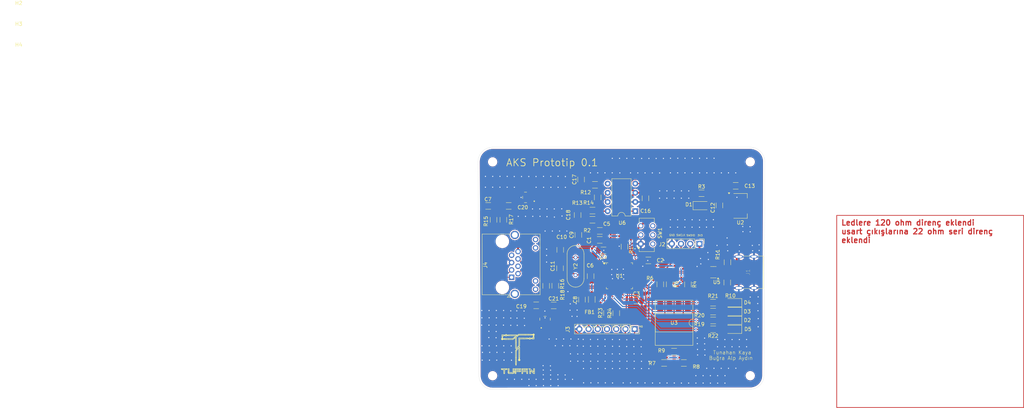
<source format=kicad_pcb>
(kicad_pcb (version 20240108) (generator "pcbnew") (generator_version "8.0")
  (layers (0 "F.Cu" signal) (31 "B.Cu" power) (34 "B.Paste" user) (35 "F.Paste" user) (36 "B.SilkS" user "B.Silkscreen") (37 "F.SilkS" user "F.Silkscreen") (38 "B.Mask" user) (39 "F.Mask" user) (44 "Edge.Cuts" user))
  (net 0 "")
  (net 1 "GND")
  (net 2 "+3V3")
  (net 3 "+3.3VA")
  (net 4 "/NRST")
  (net 5 "/HSE_OUT")
  (net 6 "+5V")
  (net 7 "/PWR_LED_K")
  (net 9 "Net-(J1-D+-PadA6)")
  (net 11 "Net-(J1-D--PadA7)")
  (net 12 "Net-(J1-CC2)")
  (net 13 "Net-(J1-CC1)")
  (net 14 "/SWDIO")
  (net 15 "/BOOT0")
  (net 16 "/SW_BOOT0")
  (net 17 "/M1")
  (net 18 "/USB_D-")
  (net 19 "/AUX")
  (net 20 "/USB_D+")
  (net 22 "/SWCLK")
  (net 23 "/SPI2_MOSI")
  (net 26 "/MAX485_ENB")
  (net 27 "/USART2_TXD")
  (net 28 "/OUTPUT_PB3")
  (net 29 "/USART2_RXD")
  (net 30 "/MAX485_D+")
  (net 31 "/USART1_TX")
  (net 32 "/SP2_MISO")
  (net 33 "/USART1_RX")
  (net 34 "/CAN_CS")
  (net 35 "/SP1_MISO")
  (net 36 "/OUTPUT_PB5")
  (net 37 "/USART3_RX")
  (net 38 "/USART3_TX")
  (net 39 "/M0")
  (net 40 "/OUTPUT_PB4")
  (net 41 "/OUTPUT_PC13")
  (net 42 "/SPI1_SCK")
  (net 43 "/OUTPUT_PB7")
  (net 44 "/SPI2_SCK")
  (net 45 "/SPI1_MOSI")
  (net 46 "Net-(C17-Pad1)")
  (net 47 "Net-(C18-Pad1)")
  (net 48 "Net-(U6-Rs)")
  (net 50 "/HSE_IN")
  (net 51 "/CAN_RXD")
  (net 52 "/CAN_TXD")
  (net 53 "/CAN_ETH-")
  (net 54 "/CAN_ETH+")
  (net 55 "/MAX485_D-")
  (net 62 "/PB1")
  (net 63 "/PB2")
  (net 64 "/PB12")
  (net 65 "/PA4")
  (net 66 "/ETH3")
  (net 67 "/ETH1")
  (net 68 "/ETH2")
  (net 69 "/ETH6")
  (net 70 "Net-(D2-A)")
  (net 71 "Net-(D3-A)")
  (net 72 "Net-(D4-A)")
  (net 73 "Net-(D5-A)")
  (net 74 "Net-(J3-Pin_4)")
  (net 75 "Net-(J3-Pin_3)")
  (footprint "LED_SMD:LED_1206_3216Metric" (layer "F.Cu") (at 199.4 86.73 180)
    (property "Reference" "D2")
    (property "Value" "LED")
  )
  (footprint "Capacitor_SMD:C_1206_3216Metric" (layer "F.Cu") (at 137.43 55.15)
    (property "Reference" "C20")
    (property "Value" "100nF")
  )
  (footprint "Connector_PinHeader_2.54mm:PinHeader_1x04_P2.54mm_Vertical" (layer "F.Cu") (at 190 65.595 -90)
    (property "Reference" "J2")
    (property "Value" "Conn_01x04_Pin")
  )
  (footprint "Capacitor_SMD:C_1206_3216Metric" (layer "F.Cu") (at 135.95 58.98 90)
    (property "Reference" "R17")
    (property "Value" "120R")
  )
  (footprint "Resistor_SMD:R_1206_3216Metric" (layer "F.Cu") (at 185.7 98.48)
    (property "Reference" "R8")
    (property "Value" "20K")
  )
  (footprint "Resistor_SMD:R_1206_3216Metric" (layer "F.Cu") (at 164.51 84.69 90)
    (property "Reference" "R23")
    (property "Value" "22R")
  )
  (footprint "Connector_RJ:RJ45_Amphenol_RJHSE538X" (layer "F.Cu") (at 138.22 74.848 90)
    (property "Reference" "J4")
    (property "Value" "RJ45")
  )
  (footprint "Capacitor_SMD:C_1206_3216Metric" (layer "F.Cu") (at 175.92 70.19)
    (property "Reference" "C2")
    (property "Value" "100n")
  )
  (footprint "MountingHole:MountingHole_2.1mm" (layer "F.Cu") (at 204 102)
    (property "Reference" "H1" (hide yes))
    (property "Value" "MountingHole")
  )
  (footprint "Resistor_SMD:R_1206_3216Metric" (layer "F.Cu") (at 193.76 84.31 180)
    (property "Reference" "R20")
    (property "Value" "330R")
  )
  (footprint "Capacitor_SMD:C_1206_3216Metric" (layer "F.Cu") (at 147.76 77.2 -90)
    (property "Reference" "R16")
    (property "Value" "120R")
  )
  (footprint "Capacitor_SMD:C_1206_3216Metric" (layer "F.Cu") (at 162.54 62.04 180)
    (property "Reference" "C5")
    (property "Value" "10u")
  )
  (footprint "Package_TO_SOT_SMD:SOT-223-3_TabPin2" (layer "F.Cu") (at 201.28 55.145)
    (property "Reference" "U2")
    (property "Value" "AMS1117-3.3" (hide yes))
  )
  (footprint "Capacitor_SMD:C_1206_3216Metric" (layer "F.Cu") (at 195.5 55 90)
    (property "Reference" "C12")
    (property "Value" "22u")
  )
  (footprint "Resistor_SMD:R_1206_3216Metric" (layer "F.Cu") (at 160.51 56.43 180)
    (property "Reference" "R13")
    (property "Value" "100R")
  )
  (footprint "Package_TO_SOT_SMD:SOT-23-6" (layer "F.Cu") (at 193.84 73.445 180)
    (property "Reference" "U5")
    (property "Value" "USBLC6-2SC6" (hide yes))
  )
  (footprint "Resistor_SMD:R_1206_3216Metric" (layer "F.Cu") (at 183.01 95.37 180)
    (property "Reference" "R9")
    (property "Value" "120R")
  )
  (footprint "Capacitor_SMD:C_1206_3216Metric" (layer "F.Cu") (at 133.26 58.98 90)
    (property "Reference" "R15")
    (property "Value" "120R")
  )
  (footprint "Connector_PinSocket_2.54mm:PinSocket_1x07_P2.54mm_Vertical" (layer "F.Cu") (at 172.14 89.135 -90)
    (property "Reference" "J3")
    (property "Value" "LORA_USART2_SOCKETS" (hide yes))
  )
  (footprint "Library:ESDS302" (layer "F.Cu") (at 142.0625 52.8 180)
    (property "Reference" "U4")
    (property "Value" "ESDS302DBVR")
  )
  (footprint "MountingHole:MountingHole_2.1mm" (layer "F.Cu") (at 2.375 13.875)
    (property "Reference" "H4")
    (property "Value" "MountingHole")
  )
  (footprint "Capacitor_SMD:C_1206_3216Metric" (layer "F.Cu") (at 150.26 77.18 -90)
    (property "Reference" "R18")
    (property "Value" "120R")
  )
  (footprint "Package_DIP:DIP-8_W7.62mm" (layer "F.Cu") (at 172.32 56.595 180)
    (property "Reference" "U6")
    (property "Value" "MCP2551-I-P")
  )
  (footprint "Resistor_SMD:R_1206_3216Metric" (layer "F.Cu") (at 193.78 86.75 180)
    (property "Reference" "R19")
    (property "Value" "330R")
  )
  (footprint "Capacitor_SMD:C_1206_3216Metric" (layer "F.Cu") (at 162.52 64.53 180)
    (property "Reference" "C1")
    (property "Value" "100n")
  )
  (footprint "Capacitor_SMD:C_1206_3216Metric" (layer "F.Cu") (at 157.62 81.01 90)
    (property "Reference" "C8")
    (property "Value" "1u")
  )
  (footprint "Capacitor_SMD:C_1206_3216Metric" (layer "F.Cu") (at 151.63 67.27 90)
    (property "Reference" "C10")
    (property "Value" "22pF")
  )
  (footprint "Resistor_SMD:R_1206_3216Metric" (layer "F.Cu") (at 169.33 66.38 -90)
    (property "Reference" "R1")
    (property "Value" "10k")
  )
  (footprint "Capacitor_SMD:C_1206_3216Metric" (layer "F.Cu") (at 151.59 72.36 90)
    (property "Reference" "C11")
    (property "Value" "22pF")
  )
  (footprint "Capacitor_SMD:C_1206_3216Metric" (layer "F.Cu") (at 175.11 53.04 -90)
    (property "Reference" "C16")
    (property "Value" "0.1uF")
  )
  (footprint "Library:USB-C" (layer "F.Cu") (at 203.87 73.44 90)
    (property "Reference" "J1")
    (property "Value" "USB_C_Receptacle_USB2.0_16P")
  )
  (footprint "Resistor_SMD:R_1206_3216Metric" (layer "F.Cu") (at 186.82 76.8 -90)
    (property "Reference" "R4")
    (property "Value" "10K")
  )
  (footprint "Resistor_SMD:R_1206_3216Metric" (layer "F.Cu") (at 179.2 76.7725 -90)
    (property "Reference" "R6")
    (property "Value" "10K")
  )
  (footprint "Resistor_SMD:R_1206_3216Metric" (layer "F.Cu") (at 180.26 98.47)
    (property "Reference" "R7")
    (property "Value" "20K")
  )
  (footprint "Capacitor_SMD:C_1206_3216Metric" (layer "F.Cu") (at 131.77 55.15 180)
    (property "Reference" "C7")
    (property "Value" "100nF")
  )
  (footprint "Resistor_SMD:R_1206_3216Metric" (layer "F.Cu") (at 167.07 84.74 90)
    (property "Reference" "R24")
    (property "Value" "22R")
  )
  (footprint "Resistor_SMD:R_1206_3216Metric" (layer "F.Cu") (at 181.8 76.775 -90)
    (property "Reference" "R5")
    (property "Value" "1OK")
  )
  (footprint "Resistor_SMD:R_1206_3216Metric" (layer "F.Cu") (at 161.21 49.34 180)
    (property "Reference" "R12")
    (property "Value" "100R")
  )
  (footprint "Capacitor_SMD:C_1206_3216Metric" (layer "F.Cu") (at 172.63 81.24)
    (property "Reference" "C3")
    (property "Value" "100n")
  )
  (footprint "Library:ESDS302" (layer "F.Cu") (at 147.45 86.4 90)
    (property "Reference" "U9")
    (property "Value" "ESDS302DBVR")
  )
  (footprint "Package_QFP:LQFP-48_7x7mm_P0.5mm" (layer "F.Cu") (at 167.9525 74.435)
    (property "Reference" "U1")
    (property "Value" "STM32F103C8T6" (hide yes))
  )
  (footprint "MountingHole:MountingHole_2.1mm" (layer "F.Cu") (at 2.375 2.375)
    (property "Reference" "H2")
    (property "Value" "MountingHole")
  )
  (footprint "MountingHole:MountingHole_2.1mm" (layer "F.Cu") (at 133 43)
    (property "Reference" "H1" (hide yes))
    (property "Value" "MountingHole")
  )
  (footprint "Resistor_SMD:R_1206_3216Metric" (layer "F.Cu") (at 161.96 52.795 90)
    (property "Reference" "R14")
    (property "Value" "120R")
  )
  (footprint "Capacitor_SMD:C_1206_3216Metric" (layer "F.Cu") (at 145 82.58 180)
    (property "Reference" "C19")
    (property "Value" "100nF")
  )
  (footprint "Resistor_SMD:R_1206_3216Metric" (layer "F.Cu") (at 197.72 70.7 90)
    (property "Reference" "R11")
    (property "Value" "5K1")
  )
  (footprint "Package_DIP:DIP-8_W8.89mm_SMDSocket_LongPads" (layer "F.Cu") (at 183 87.4 -90)
    (property "Reference" "U3")
    (property "Value" "MAX485E" (hide yes))
  )
  (footprint "Library:XTAL_HC49P488W43L1150T466H350" (layer "F.Cu") (at 155.85 71.81 90)
    (property "Reference" "Y2")
    (property "Value" "8 MHz")
  )
  (footprint "MountingHole:MountingHole_2.1mm" (layer "F.Cu") (at 204 43)
    (property "Reference" "H1" (hide yes))
    (property "Value" "MountingHole")
  )
  (footprint "LED_SMD:LED_1206_3216Metric" (layer "F.Cu") (at 199.37 89.21 180)
    (property "Reference" "D5")
    (property "Value" "LED")
  )
  (footprint "MountingHole:MountingHole_2.1mm" (layer "F.Cu") (at 2.375 8.125)
    (property "Reference" "H3")
    (property "Value" "MountingHole")
  )
  (footprint "Inductor_SMD:L_1206_3216Metric" (layer "F.Cu") (at 160.32 80.96 -90)
    (property "Reference" "FB1")
    (property "Value" "120R")
  )
  (footprint "Resistor_SMD:R_1206_3216Metric" (layer "F.Cu") (at 190.575 51.65)
    (property "Reference" "R3")
    (property "Value" "1k5")
  )
  (footprint "Capacitor_SMD:C_1206_3216Metric" (layer "F.Cu") (at 156.43 57.67 -90)
    (property "Reference" "C18")
    (property "Value" "560pF")
  )
  (footprint "Capacitor_SMD:C_1206_3216Metric" (layer "F.Cu") (at 157.39 47.86 90)
    (property "Reference" "C17")
    (property "Value" "560pF")
  )
  (footprint "Capacitor_SMD:C_1206_3216Metric" (layer "F.Cu") (at 160.01 74.53 90)
    (property "Reference" "C6")
    (property "Value" "10n")
  )
  (footprint "MountingHole:MountingHole_2.1mm" (layer "F.Cu") (at 133 102)
    (property "Reference" "H1" (hide yes))
    (property "Value" "MountingHole")
  )
  (footprint "Resistor_SMD:R_1206_3216Metric" (layer "F.Cu") (at 193.77 89.2 180)
    (property "Reference" "R22")
    (property "Value" "330R")
  )
  (footprint "LED_SMD:LED_1206_3216Metric" (layer "F.Cu") (at 199.42 84.3 180)
    (property "Reference" "D3")
    (property "Value" "LED")
  )
  (footprint "LED_SMD:LED_1206_3216Metric" (layer "F.Cu") (at 190.5175 55.07125)
    (property "Reference" "D1")
    (property "Value" "LED")
  )
  (footprint "Button_Switch_THT:SW_CK_JS202011CQN_DPDT_Straight" (layer "F.Cu") (at 173.83 65.645 90)
    (property "Reference" "SW1")
    (property "Value" "SW_SPDT")
  )
  (footprint "Capacitor_SMD:C_1206_3216Metric" (layer "F.Cu") (at 149.83 82.6)
    (property "Reference" "C21")
    (property "Value" "100nF")
  )
  (footprint "deneme:berserk" (layer "F.Cu") (at 129.18475 102.185436)
    (property "Reference" "G***" (hide yes))
    (property "Value" "LOGO" (hide yes))
  )
  (footprint "Capacitor_SMD:C_1206_3216Metric" (layer "F.Cu") (at 156.62 63.15 90)
    (property "Reference" "C9")
    (property "Value" "100n")
  )
  (footprint "Capacitor_SMD:C_1206_3216Metric" (layer "F.Cu") (at 163.55 67.43 180)
    (property "Reference" "C4")
    (property "Value" "100n")
  )
  (footprint "Resistor_SMD:R_1206_3216Metric" (layer "F.Cu") (at 193.76 81.86 180)
    (property "Reference" "R21")
    (property "Value" "330R")
  )
  (footprint "Resistor_SMD:R_1206_3216Metric" (layer "F.Cu") (at 160.51 58.98)
    (property "Reference" "R2")
    (property "Value" "47K")
  )
  (footprint "Capacitor_SMD:C_1206_3216Metric" (layer "F.Cu") (at 199.99 49.61 180)
    (property "Reference" "C13")
    (property "Value" "22u")
  )
  (footprint "Resistor_SMD:R_1206_3216Metric" (layer "F.Cu") (at 197.66 76.28 -90)
    (property "Reference" "R10")
    (property "Value" "5K1")
  )
  (footprint "LED_SMD:LED_1206_3216Metric" (layer "F.Cu") (at 199.4 81.85 180)
    (property "Reference" "D4")
    (property "Value" "LED")
  )
  (gr_arc (start 133.01 105.78) (mid 130.337136 104.672864) (end 129.23 102) (stroke (width 0.05)) (layer "Edge.Cuts"))
  (gr_line (start 204.02 38.96) (end 132.99 38.96) (stroke (width 0.05)) (layer "Edge.Cuts"))
  (gr_arc (start 128.97 42.98) (mid 130.147431 40.137431) (end 132.99 38.96) (stroke (width 0.05)) (layer "Edge.Cuts"))
  (gr_arc (start 207.77 101.97) (mid 206.674579 104.614579) (end 204.03 105.71) (stroke (width 0.05)) (layer "Edge.Cuts"))
  (gr_line (start 128.97 42.98) (end 129.23 102) (stroke (width 0.05)) (layer "Edge.Cuts"))
  (gr_line (start 133.01 105.78) (end 204.03 105.71) (stroke (width 0.05)) (layer "Edge.Cuts"))
  (gr_arc (start 204.02 38.96) (mid 206.834285 40.125715) (end 208 42.94) (stroke (width 0.05)) (layer "Edge.Cuts"))
  (gr_line (start 207.77 101.97) (end 208 42.94) (stroke (width 0.05)) (layer "Edge.Cuts"))
  (gr_text "M1" (at 170.7 88.73 0) (layer "F.SilkS") (effects (font (size 0.5 0.5) (thickness 0.08)) (justify left bottom)))
  (gr_text "TXD" (at 165.65 88.7 0) (layer "F.SilkS") (effects (font (size 0.5 0.5) (thickness 0.08)) (justify left bottom)))
  (gr_text "SWDIO" (at 186.39 63.55 0) (layer "F.SilkS") (effects (font (size 0.5 0.5) (thickness 0.08)) (justify left bottom)))
  (gr_text "3V3" (at 189.42 63.56 0) (layer "F.SilkS") (effects (font (size 0.5 0.5) (thickness 0.08)) (justify left bottom)))
  (gr_text "GND					" (at 157.86 88.76 0) (layer "F.SilkS") (effects (font (size 0.5 0.5) (thickness 0.08)) (justify left bottom)))
  (gr_text "Tunahan Kaya" (at 193.69 96.19 0) (layer "F.SilkS") (effects (font (size 1 1) (thickness 0.1)) (justify left bottom)))
  (gr_text "AKS Prototip 0.1\n" (at 136.59 44.36 0) (layer "F.SilkS") (effects (font (size 2 2) (thickness 0.2) (bold yes)) (justify left bottom)))
  (gr_text "AUX			" (at 162.92 88.69 0) (layer "F.SilkS") (effects (font (size 0.5 0.5) (thickness 0.08)) (justify left bottom)))
  (gr_text "M0	" (at 173.29 88.75 0) (layer "F.SilkS") (effects (font (size 0.5 0.5) (thickness 0.08)) (justify left bottom)))
  (gr_text "SWCLK" (at 183.59 63.5 0) (layer "F.SilkS") (effects (font (size 0.5 0.5) (thickness 0.08)) (justify left bottom)))
  (gr_text "3V3\n" (at 160.4 88.77 0) (layer "F.SilkS") (effects (font (size 0.5 0.5) (thickness 0.08)) (justify left bottom)))
  (gr_text "Buğra Alp Aydın\n" (at 192.59 97.72 0) (layer "F.SilkS") (effects (font (size 1 1) (thickness 0.1)) (justify left bottom)))
  (gr_text "RXD" (at 167.99 88.69 0) (layer "F.SilkS") (effects (font (size 0.5 0.5) (thickness 0.08)) (justify left bottom)))
  (gr_text "GND\n" (at 181.62 63.5 0) (layer "F.SilkS") (effects (font (size 0.5 0.5) (thickness 0.08)) (justify left bottom)))
  (gr_text_box "Ledlere 120 ohm direnç eklendi\nusart çıkışlarına 22 ohm seri direnç eklendi\n" (start 227.83 57.77) (end 279.36 110.78) (layer "F.Cu") (effects (font (size 1.5 1.5) (thickness 0.3) (bold yes)) (justify left top)) (border yes) (stroke (width 0.2)))
  (segment (start 198.515 49.61) (end 197.25 49.61) (width 0.2) (layer "F.Cu") (net 1))
  (segment (start 161.065 62.04) (end 160.03 62.04) (width 0.2) (layer "F.Cu") (net 1))
  (segment (start 147.45 86.84) (end 147.46 86.83) (width 0.3) (layer "F.Cu") (net 1))
  (segment (start 170.2025 79.9475) (end 170.2025 78.5975) (width 0.2) (layer "F.Cu") (net 1))
  (segment (start 159.0475 58.98) (end 160.39 58.98) (width 0.2) (layer "F.Cu") (net 1))
  (segment (start 143.3175 52.8) (end 142.29 52.8) (width 0.2) (layer "F.Cu") (net 1))
  (segment (start 162.075 67.43) (end 163.29 67.43) (width 0.2) (layer "F.Cu") (net 1))
  (segment (start 200.19 70.3) (end 201.1 70.3) (width 0.2) (layer "F.Cu") (net 1))
  (segment (start 143.525 82.58) (end 144.91 82.58) (width 0.2) (layer "F.Cu") (net 1))
  (segment (start 163.79 75.185) (end 165.215 75.185) (width 0.2) (layer "F.Cu") (net 1))
  (segment (start 201.24 82.13) (end 201.25 82.14) (width 0.3) (layer "F.Cu") (net 1))
  (segment (start 177.275 91.845) (end 177.27 91.84) (width 0.3) (layer "F.Cu") (net 1))
  (segment (start 160.01 73.055) (end 158.625 73.055) (width 0.2) (layer "F.Cu") (net 1))
  (segment (start 197.25 49.61) (end 197.24 49.62) (width 0.2) (layer "F.Cu") (net 1))
  (segment (start 200.19 76.7) (end 199.475 76.7) (width 0.2) (layer "F.Cu") (net 1))
  (segment (start 156.43 59.145) (end 155.005 59.145) (width 0.2) (layer "F.Cu") (net 1))
  (segment (start 147.45 88.67) (end 147.48 88.7) (width 0.3) (layer "F.Cu") (net 1))
  (segment (start 147.45 87.655) (end 147.45 86.84) (width 0.3) (layer "F.Cu") (net 1))
  (segment (start 200.32 52.77) (end 200.2 52.84) (width 0.2) (layer "F.Cu") (net 1))
  (segment (start 170.785 54.055) (end 170.78 54.05) (width 0.2) (layer "F.Cu") (net 1))
  (segment (start 201.25 84.26) (end 201.26 84.27) (width 0.3) (layer "F.Cu") (net 1))
  (segment (start 161.045 64.53) (end 160.21 64.53) (width 0.2) (layer "F.Cu") (net 1))
  (segment (start 151.305 82.6) (end 150.35 82.6) (width 0.2) (layer "F.Cu") (net 1))
  (segment (start 187.1625 98.48) (end 188.34 98.48) (width 0.3) (layer "F.Cu") (net 1))
  (segment (start 165.7025 70.2725) (end 165.7025 71.6525) (width 0.2) (layer "F.Cu") (net 1))
  (segment (start 153.025 70.885) (end 153.03 70.88) (width 0.2) (layer "F.Cu") (net 1))
  (segment (start 157.39 45.39) (end 157.38 45.38) (width 0.2) (layer "F.Cu") (net 1))
  (segment (start 165.215 75.185) (end 165.22 75.18) (width 0.2) (layer "F.Cu") (net 1))
  (segment (start 174.37 71.8) (end 174.28 71.93) (width 0.2) (layer "F.Cu") (net 1))
  (segment (start 182.38 65.595) (end 182.38 63.72) (width 0.2) (layer "F.Cu") (net 1))
  (segment (start 174.025 72.185) (end 174.37 71.8) (width 0.2) (layer "F.Cu") (net 1))
  (segment (start 155.005 59.145) (end 155 59.15) (width 0.2) (layer "F.Cu") (net 1))
  (segment (start 194.9775 73.445) (end 196.205 73.445) (width 0.2) (layer "F.Cu") (net 1))
  (segment (start 174.65 54.055) (end 175.11 54.515) (width 0.2) (layer "F.Cu") (net 1))
  (segment (start 178.49 70.19) (end 178.51 70.21) (width 0.2) (layer "F.Cu") (net 1))
  (segment (start 172.32 54.055) (end 174.65 54.055) (width 0.2) (layer "F.Cu") (net 1))
  (segment (start 175.11 55.85) (end 175.12 55.86) (width 0.2) (layer "F.Cu") (net 1))
  (segment (start 155.165 61.675) (end 155.15 61.66) (width 0.2) (layer "F.Cu") (net 1))
  (segment (start 163.33 67.43) (end 163.31 67.43) (width 0.2) (layer "F.Cu") (net 1))
  (segment (start 198.13 52.845) (end 200.195 52.845) (width 0.2) (layer "F.Cu") (net 1))
  (segment (start 142.29 52.8) (end 142.28 52.79) (width 0.2) (layer "F.Cu") (net 1))
  (segment (start 200.77 69.18) (end 200.77 68.555) (width 0.2) (layer "F.Cu") (net 1))
  (segment (start 163.63 67.41) (end 163.33 67.43) (width 0.2) (layer "F.Cu") (net 1))
  (segment (start 200.195 52.845) (end 200.32 52.77) (width 0.2) (layer "F.Cu") (net 1))
  (segment (start 165.7025 71.6525) (end 165.73 71.68) (width 0.2) (layer "F.Cu") (net 1))
  (segment (start 151.59 70.885) (end 153.025 70.885) (width 0.2) (layer "F.Cu") (net 1))
  (segment (start 173.83 65.645) (end 173.83 65.865) (width 0.3) (layer "F.Cu") (net 1))
  (segment (start 206.22 69.18) (end 206.225 69.175) (width 0.2) (layer "F.Cu") (net 1))
  (segment (start 172.32 54.055) (end 170.785 54.055) (width 0.2) (layer "F.Cu") (net 1))
  (segment (start 169.94 80.965) (end 169.94 80.21) (width 0.2) (layer "F.Cu") (net 1))
  (segment (start 157.62 79.535) (end 157.62 80.52) (width 0.2) (layer "F.Cu") (net 1))
  (segment (start 177.275 91.845) (end 179.19 91.845) (width 0.3) (layer "F.Cu") (net 1))
  (segment (start 173.505 72.185) (end 174.025 72.185) (width 0.2) (layer "F.Cu") (net 1))
  (segment (start 206.02 77.82) (end 206.025 77.825) (width 0.2) (layer "F.Cu") (net 1))
  (segment (start 163.29 67.43) (end 163.63 67.41) (width 0.2) (layer "F.Cu") (net 1))
  (segment (start 173.83 65.645) (end 173.83 67.12) (width 0.3) (layer "F.Cu") (net 1))
  (segment (start 147.45 87.655) (end 147.45 88.67) (width 0.3) (layer "F.Cu") (net 1))
  (segment (start 150.35 82.6) (end 150.34 82.59) (width 0.2) (layer "F.Cu") (net 1))
  (segment (start 156.62 61.675) (end 155.165 61.675) (width 0.2) (layer "F.Cu") (net 1))
  (segment (start 188.34 98.48) (end 188.35 98.49) (width 0.3) (layer "F.Cu") (net 1))
  (segment (start 175.11 54.515) (end 175.11 55.85) (width 0.2) (layer "F.Cu") (net 1))
  (segment (start 194.9775 73.445) (end 194.435 73.445) (width 0.2) (layer "F.Cu") (net 1))
  (segment (start 169.94 80.21) (end 170.2025 79.9475) (width 0.2) (layer "F.Cu") (net 1))
  (segment (start 204.94 77.82) (end 206.02 77.82) (width 0.2) (layer "F.Cu") (net 1))
  (segment (start 172.115 72.185) (end 173.505 72.185) (width 0.2) (layer "F.Cu") (net 1))
  (segment (start 151.63 65.795) (end 151.63 64.82) (width 0.2) (layer "F.Cu") (net 1))
  (via (at 133.02 47) (size 0.6) (drill 0.3) (layers "F.Cu" "B.Cu") (net 1))
  (via (at 147.99 55.98) (size 0.6) (drill 0.3) (layers "F.Cu" "B.Cu") (net 1))
  (via (at 147.98 58.1) (size 0.6) (drill 0.3) (layers "F.Cu" "B.Cu") (net 1))
  (via (at 149.99 55.98) (size 0.6) (drill 0.3) (layers "F.Cu" "B.Cu") (net 1))
  (via (at 141.73 86.15) (size 0.6) (drill 0.3) (layers "F.Cu" "B.Cu") (net 1))
  (via (at 156.63 91.89) (size 0.6) (drill 0.3) (layers "F.Cu" "B.Cu") (net 1))
  (via (at 144.99 50) (size 0.6) (drill 0.3) (layers "F.Cu" "B.Cu") (net 1))
  (via (at 133.98 88.05) (size 0.6) (drill 0.3) (layers "F.Cu" "B.Cu") (net 1))
  (via (at 191.02 104.03) (size 0.6) (drill 0.3) (layers "F.Cu" "B.Cu") (net 1))
  (via (at 192.04 46.03) (size 0.6) (drill 0.3) (layers "F.Cu" "B.Cu") (net 1))
  (via (at 165.84 72.68) (size 0.6) (drill 0.3) (layers "F.Cu" "B.Cu") (net 1))
  (via (at 131.02 47) (size 0.6) (drill 0.3) (layers "F.Cu" "B.Cu") (net 1))
  (via (at 189.41 91.58) (size 0.6) (drill 0.3) (layers "F.Cu" "B.Cu") (net 1))
  (via (at 147.01 104.73) (size 0.6) (drill 0.3) (layers "F.Cu" "B.Cu") (net 1))
  (via (at 176.07 42.05) (size 0.6) (drill 0.3) (layers "F.Cu" "B.Cu") (net 1))
  (via (at 131.97 89.75) (size 0.6) (drill 0.3) (layers "F.Cu" "B.Cu") (net 1))
  (via (at 138.25 95.58) (size 0.6) (drill 0.3) (layers "F.Cu" "B.Cu") (net 1))
  (via (at 142.96 47.03) (size 0.6) (drill 0.3) (layers "F.Cu" "B.Cu") (net 1))
  (via (at 144.96 47.03) (size 0.6) (drill 0.3) (layers "F.Cu" "B.Cu") (net 1))
  (via (at 170.99 103.98) (size 0.6) (drill 0.3) (layers "F.Cu" "B.Cu") (net 1))
  (via (at 163.34 70.48) (size 0.6) (drill 0.3) (layers "F.Cu" "B.Cu") (net 1))
  (via (at 152.28 93.73) (size 0.6) (drill 0.3) (layers "F.Cu" "B.Cu") (net 1))
  (via (at 152.04 55.95) (size 0.6) (drill 0.3) (layers "F.Cu" "B.Cu") (net 1))
  (via (at 173.93 92.08) (size 0.6) (drill 0.3) (layers "F.Cu" "B.Cu") (net 1))
  (via (at 157.96 91.99) (size 0.6) (drill 0.3) (layers "F.Cu" "B.Cu") (net 1))
  (via (at 137.02 47) (size 0.6) (drill 0.3) (layers "F.Cu" "B.Cu") (net 1))
  (via (at 140.06 58.03) (size 0.6) (drill 0.3) (layers "F.Cu" "B.Cu") (net 1))
  (via (at 157.99 93.86) (size 0.6) (drill 0.3) (layers "F.Cu" "B.Cu") (net 1))
  (via (at 146.99 103) (size 0.6) (drill 0.3) (layers "F.Cu" "B.Cu") (net 1))
  (via (at 160.06 96) (size 0.6) (drill 0.3) (layers "F.Cu" "B.Cu") (net 1))
  (via (at 172.23 66.98) (size 0.6) (drill 0.3) (layers "F.Cu" "B.Cu") (net 1))
  (via (at 169.97 92.08) (size 0.6) (drill 0.3) (layers "F.Cu" "B.Cu") (net 1))
  (via (at 161.96 46.02) (size 0.6) (drill 0.3) (layers "F.Cu" "B.Cu") (net 1))
  (via (at 204.57 66.06) (size 0.6) (drill 0.3) (layers "F.Cu" "B.Cu") (net 1))
  (via (at 182 46.02) (size 0.6) (drill 0.3) (layers "F.Cu" "B.Cu") (net 1))
  (via (at 132.04 86.02) (size 0.6) (drill 0.3) (layers "F.Cu" "B.Cu") (net 1))
  (via (at 190.04 46.03) (size 0.6) (drill 0.3) (layers "F.Cu" "B.Cu") (net 1))
  (via (at 156.29 83.89) (size 0.6) (drill 0.3) (layers "F.Cu" "B.Cu") (net 1))
  (via (at 130.05 93.75) (size 0.6) (drill 0.3) (layers "F.Cu" "B.Cu") (net 1))
  (via (at 200.32 52.77) (size 0.6) (drill 0.3) (layers "F.Cu" "B.Cu") (net 1))
  (via (at 178.07 42.05) (size 0.6) (drill 0.3) (layers "F.Cu" "B.Cu") (net 1))
  (via (at 185.99 58.96) (size 0.6) (drill 0.3) (layers "F.Cu" "B.Cu") (net 1))
  (via (at 153.02 103) (size 0.6) (drill 0.3) (layers "F.Cu" "B.Cu") (net 1))
  (via (at 137.99 88.1) (size 0.6) (drill 0.3) (layers "F.Cu" "B.Cu") (net 1))
  (via (at 132.13 97.71) (size 0.6) (drill 0.3) (layers "F.Cu" "B.Cu") (net 1))
  (via (at 172.99 103.98) (size 0.6) (drill 0.3) (layers "F.Cu" "B.Cu") (net 1))
  (via (at 165.98 95.98) (size 0.6) (drill 0.3) (layers "F.Cu" "B.Cu") (net 1))
  (via (at 168.06 46.04) (size 0.6) (drill 0.3) (layers "F.Cu" "B.Cu") (net 1))
  (via (at 164.04 100.02) (size 0.6) (drill 0.3) (layers "F.Cu" "B.Cu") (net 1))
  (via (at 144.06 58.03) (size 0.6) (drill 0.3) (layers "F.Cu" "B.Cu") (net 1))
  (via (at 203.94 60.88) (size 0.6) (drill 0.3) (layers "F.Cu" "B.Cu") (net 1))
  (via (at 145.99 55.98) (size 0.6) (drill 0.3) (layers "F.Cu" "B.Cu") (net 1))
  (via (at 132.19 95.56) (size 0.6) (drill 0.3) (layers "F.Cu" "B.Cu") (net 1))
  (via (at 147.02 47) (size 0.6) (drill 0.3) (layers "F.Cu" "B.Cu") (net 1))
  (via (at 206.2 86.25) (size 0.6) (drill 0.3) (layers "F.Cu" "B.Cu") (net 1))
  (via (at 131.01 49.98) (size 0.6) (drill 0.3) (layers "F.Cu" "B.Cu") (net 1))
  (via (at 181.07 104.01) (size 0.6) (drill 0.3) (layers "F.Cu" "B.Cu") (net 1))
  (via (at 193.84 60.98) (size 0.6) (drill 0.3) (layers "F.Cu" "B.Cu") (net 1))
  (via (at 190.03 41.99) (size 0.6) (drill 0.3) (layers "F.Cu" "B.Cu") (net 1))
  (via (at 134.02 84) (size 0.6) (drill 0.3) (layers "F.Cu" "B.Cu") (net 1))
  (via (at 139.72 86.1) (size 0.6) (drill 0.3) (layers "F.Cu" "B.Cu") (net 1))
  (via (at 133.95 91.52) (size 0.6) (drill 0.3) (layers "F.Cu" "B.Cu") (net 1))
  (via (at 175.75 70.21) (size 0.6) (drill 0.3) (layers "F.Cu" "B.Cu") (net 1))
  (via (at 149.46 62.08) (size 0.6) (drill 0.3) (layers "F.Cu" "B.Cu") (net 1))
  (via (at 145.01 104.73) (size 0.6) (drill 0.3) (layers "F.Cu" "B.Cu") (net 1))
  (via (at 137.01 49.98) (size 0.6) (drill 0.3) (layers "F.Cu" "B.Cu") (net 1))
  (via (at 139.02 102.99) (size 0.6) (drill 0.3) (layers "F.Cu" "B.Cu") (net 1))
  (via (at 194.04 46.03) (size 0.6) (drill 0.3) (layers "F.Cu" "B.Cu") (net 1))
  (via (at 200.99 67.61) (size 0.6) (drill 0.3) (layers "F.Cu" "B.Cu") (net 1))
  (via (at 167.93 93.9) (size 0.6) (drill 0.3) (layers "F.Cu" "B.Cu") (net 1))
  (via (at 190.02 59.04) (size 0.6) (drill 0.3) (layers "F.Cu" "B.Cu") (net 1))
  (via (at 140.96 47.03) (size 0.6) (drill 0.3) (layers "F.Cu" "B.Cu") (net 1))
  (via (at 201.98 62.24) (size 0.6) (drill 0.3) (layers "F.Cu" "B.Cu") (net 1))
  (via (at 173.01 46.04) (size 0.6) (drill 0.3) (layers "F.Cu" "B.Cu") (net 1))
  (via (at 142.06 58.03) (size 0.6) (drill 0.3) (layers "F.Cu" "B.Cu") (net 1))
  (via (at 177.01 46.04) (size 0.6) (drill 0.3) (layers "F.Cu" "B.Cu") (net 1))
  (via (at 167.4 74.12) (size 0.6) (drill 0.3) (layers "F.Cu" "B.Cu") (net 1))
  (via (at 141.66 84.15) (size 0.6) (drill 0.3) (layers "F.Cu" "B.Cu") (net 1))
  (via (at 168.99 103.98) (size 0.6) (drill 0.3) (layers "F.Cu" "B.Cu") (net 1))
  (via (at 194.84 66.06) (size 0.6) (drill 0.3) (layers "F.Cu" "B.Cu") (net 1))
  (via (at 183.01 53.01) (size 0.6) (drill 0.3) (layers "F.Cu" "B.Cu") (net 1))
  (via (at 187.97 61.01) (size 0.6) (drill 0.3) (layers "F.Cu" "B.Cu") (net 1))
  (via (at 158 98.01) (size 0.6) (drill 0.3) (layers "F.Cu" "B.Cu") (net 1))
  (via (at 147.44 86.03) (size 0.6) (drill 0.3) (layers "F.Cu" "B.Cu") (net 1))
  (via (at 183.99 58.96) (size 0.6) (drill 0.3) (layers "F.Cu" "B.Cu") (net 1))
  (via (at 159.99 93.86) (size 0.6) (drill 0.3) (layers "F.Cu" "B.Cu") (net 1))
  (via (at 167.96 92.03) (size 0.6) (drill 0.3) (layers "F.Cu" "B.Cu") (net 1))
  (via (at 166.05 93.88) (size 0.6) (drill 0.3) (layers "F.Cu" "B.Cu") (net 1))
  (via (at 160.04 100.02) (size 0.6) (drill 0.3) (layers "F.Cu" "B.Cu") (net 1))
  (via (at 165.96 46.02) (size 0.6) (drill 0.3) (layers "F.Cu" "B.Cu") (net 1))
  (via (at 189.42 93.15) (size 0.6) (drill 0.3) (layers "F.Cu" "B.Cu") (net 1))
  (via (at 204 80.3) (size 0.6) (drill 0.3) (layers "F.Cu" "B.Cu") (net 1))
  (via (at 174.99 103.98) (size 0.6) (drill 0.3) (layers "F.Cu" "B.Cu") (net 1))
  (via (at 171.01 46.04) (size 0.6) (drill 0.3) (layers "F.Cu" "B.Cu") (net 1))
  (via (at 138.96 47.03) (size 0.6) (drill 0.3) (layers "F.Cu" "B.Cu") (net 1))
  (via (at 152.99 101.79) (size 0.6) (drill 0.3) (layers "F.Cu" "B.Cu") (net 1))
  (via (at 174.02 100.03) (size 0.6) (drill 0.3) (layers "F.Cu" "B.Cu") (net 1))
  (via (at 159.96 91.99) (size 0.6) (drill 0.3) (layers "F.Cu" "B.Cu") (net 1))
  (via (at 201.93 60.83) (size 0.6) (drill 0.3) (layers "F.Cu" "B.Cu") (net 1))
  (via (at 154.45 95.96) (size 0.6) (drill 0.3) (layers "F.Cu" "B.Cu") (net 1))
  (via (at 183.03 51) (size 0.6) (drill 0.3) (layers "F.Cu" "B.Cu") (net 1))
  (via (at 174.07 42.05) (size 0.6) (drill 0.3) (layers "F.Cu" "B.Cu") (net 1))
  (via (at 186.02 41.99) (size 0.6) (drill 0.3) (layers "F.Cu" "B.Cu") (net 1))
  (via (at 168.02 98.01) (size 0.6) (drill 0.3) (layers "F.Cu" "B.Cu") (net 1))
  (via (at 172.02 98.01) (size 0.6) (drill 0.3) (layers "F.Cu" "B.Cu") (net 1))
  (via (at 181.03 51) (size 0.6) (drill 0.3) (layers "F.Cu" "B.Cu") (net 1))
  (via (at 200.98 94.01) (size 0.6) (drill 0.3) (layers "F.Cu" "B.Cu") (net 1))
  (via (at 158.04 100.02) (size 0.6) (drill 0.3) (layers "F.Cu" "B.Cu") (net 1))
  (via (at 132.05 93.75) (size 0.6) (drill 0.3) (layers "F.Cu" "B.Cu") (net 1))
  (via (at 134.04 86.02) (size 0.6) (drill 0.3) (layers "F.Cu" "B.Cu") (net 1))
  (via (at 167.39 72.63) (size 0.6) (drill 0.3) (layers "F.Cu" "B.Cu") (net 1))
  (via (at 147.87 70.64) (size 0.6) (drill 0.3) (layers "F.Cu" "B.Cu") (net 1))
  (via (at 171.92 93.96) (size 0.6) (drill 0.3) (layers "F.Cu" "B.Cu") (net 1))
  (via (at 173.93 94.01) (size 0.6) (drill 0.3) (layers "F.Cu" "B.Cu") (net 1))
  (via (at 137.02 102.99) (size 0.6) (drill 0.3) (layers "F.Cu" "B.Cu") (net 1))
  (via (at 171.98 42.02) (size 0.6) (drill 0.3) (layers "F.Cu" "B.Cu") (net 1))
  (via (at 168.02 100.02) (size 0.6) (drill 0.3) (layers "F.Cu" "B.Cu") (net 1))
  (via (at 189.46 94.75) (size 0.6) (drill 0.3) (layers "F.Cu" "B.Cu") (net 1))
  (via (at 134.05 93.75) (size 0.6) (drill 0.3) (layers "F.Cu" "B.Cu") (net 1))
  (via (at 136.04 86.02) (size 0.6) (drill 0.3) (layers "F.Cu" "B.Cu") (net 1))
  (via (at 202.99 92.01) (size 0.6) (drill 0.3) (layers "F.Cu" "B.Cu") (net 1))
  (via (at 167.89 66.27) (size 0.6) (drill 0.3) (layers "F.Cu" "B.Cu") (net 1))
  (via (at 153.05 50.01) (size 0.6) (drill 0.3) (layers "F.Cu" "B.Cu") (net 1))
  (via (at 195.02 104.05) (size 0.6) (drill 0.3) (layers "F.Cu" "B.Cu") (net 1))
  (via (at 206.47 67.44) (size 0.6) (drill 0.3) (layers "F.Cu" "B.Cu") (net 1))
  (via (at 146.96 101.74) (size 0.6) (drill 0.3) (layers "F.Cu" "B.Cu") (net 1))
  (via (at 156.03 82.12) (size 0.6) (drill 0.3) (layers "F.Cu" "B.Cu") (net 1))
  (via (at 152.12 57.94) (size 0.6) (drill 0.3) (layers "F.Cu" "B.Cu") (net 1))
  (via (at 138.19 97.73) (size 0.6) (drill 0.3) (layers "F.Cu" "B.Cu") (net 1))
  (via (at 179.02 46.05) (size 0.6) (drill 0.3) (layers "F.Cu" "B.Cu") (net 1))
  (via (at 190.02 61.04) (size 0.6) (drill 0.3) (layers "F.Cu" "B.Cu") (net 1))
  (via (at 185.03 51) (size 0.6) (drill 0.3) (layers "F.Cu" "B.Cu") (net 1))
  (via (at 193.84 58.94) (size 0.6) (drill 0.3) (layers "F.Cu" "B.Cu") (net 1))
  (via (at 191.43 93.2) (size 0.6) (drill 0.3) (layers "F.Cu" "B.Cu") (net 1))
  (via (at 175.01 46.04) (size 0.6) (drill 0.3) (layers "F.Cu" "B.Cu") (net 1))
  (via (at 206.18 88.5) (size 0.6) (drill 0.3) (layers "F.Cu" "B.Cu") (net 1))
  (via (at 193.01 101.99) (size 0.6) (drill 0.3) (layers "F.Cu" "B.Cu") (net 1))
  (via (at 134.13 97.71) (size 0.6) (drill 0.3) (layers "F.Cu" "B.Cu") (net 1))
  (via (at 147.39 84.16) (size 0.6) (drill 0.3) (layers "F.Cu" "B.Cu") (net 1))
  (via (at 156.46 96.01) (size 0.6) (drill 0.3) (layers "F.Cu" "B.Cu") (net 1))
  (via (at 164.07 103.96) (size 0.6) (drill 0.3) (layers "F.Cu" "B.Cu") (net 1))
  (via (at 147.88 67.07) (size 0.6) (drill 0.3) (layers "F.Cu" "B.Cu") (net 1))
  (via (at 166.05 104) (size 0.6) (drill 0.3) (layers "F.Cu" "B.Cu") (net 1))
  (via (at 156.27 85.64) (size 0.6) (drill 0.3) (layers "F.Cu" "B.Cu") (net 1))
  (via (at 132.02 84) (size 0.6) (drill 0.3) (layers "F.Cu" "B.Cu") (net 1))
  (via (at 184.02 41.99) (size 0.6) (drill 0.3) (layers "F.Cu" "B.Cu") (net 1))
  (via (at 151.07 104.75) (size 0.6) (drill 0.3) (layers "F.Cu" "B.Cu") (net 1))
  (via (at 170.02 100.02) (size 0.6) (drill 0.3) (layers "F.Cu" "B.Cu") (net 1))
  (via (at 158.07 103.96) (size 0.6) (drill 0.3) (layers "F.Cu" "B.Cu") (net 1))
  (via (at 151.46 62.08) (size 0.6) (drill 0.3) (layers "F.Cu" "B.Cu") (net 1))
  (via (at 191.01 101.99) (size 0.6) (drill 0.3) (layers "F.Cu" "B.Cu") (net 1))
  (via (at 206.06 82.09) (size 0.6) (drill 0.3) (layers "F.Cu" "B.Cu") (net 1))
  (via (at 166.03 75.23) (size 0.6) (drill 0.3) (layers "F.Cu" "B.Cu") (net 1))
  (via (at 138.11 93.77) (size 0.6) (drill 0.3) (layers "F.Cu" "B.Cu") (net 1))
  (via (at 179.07 104.01) (size 0.6) (drill 0.3) (layers "F.Cu" "B.Cu") (net 1))
  (via (at 198 46.02) (size 0.6) (drill 0.3) (layers "F.Cu" "B.Cu") (net 1))
  (via (at 190.3 69.65) (size 0.6) (drill 0.3) (layers "F.Cu" "B.Cu") (net 1))
  (via (at 130.02 84) (size 0.6) (drill 0.3) (layers "F.Cu" "B.Cu") (net 1))
  (via (at 196 99.96) (size 0.6) (drill 0.3) (layers "F.Cu" "B.Cu") (net 1))
  (via (at 199 92.02) (size 0.6) (drill 0.3) (layers "F.Cu" "B.Cu") (net 1))
  (via (at 146.96 100.43) (size 0.6) (drill 0.3) (layers "F.Cu" "B.Cu") (net 1))
  (via (at 197.79 67.53) (size 0.6) (drill 0.3) (layers "F.Cu" "B.Cu") (net 1))
  (via (at 130.13 97.71) (size 0.6) (drill 0.3) (layers "F.Cu" "B.Cu") (net 1))
  (via (at 154.28 93.73) (size 0.6) (drill 0.3) (layers "F.Cu" "B.Cu") (net 1))
  (via (at 200.03 99.94) (size 0.6) (drill 0.3) (layers "F.Cu" "B.Cu") (net 1))
  (via (at 164 98.01) (size 0.6) (drill 0.3) (layers "F.Cu" "B.Cu") (net 1))
  (via (at 200 46.02) (size 0.6) (drill 0.3) (layers "F.Cu" "B.Cu") (net 1))
  (via (at 154.33 83.94) (size 0.6) (drill 0.3) (layers "F.Cu" "B.Cu") (net 1))
  (via (at 171.98 95.98) (size 0.6) (drill 0.3) (layers "F.Cu" "B.Cu") (net 1))
  (via (at 183.97 61.01) (size 0.6) (drill 0.3) (layers "F.Cu" "B.Cu") (net 1))
  (via (at 160.07 103.96) (size 0.6) (drill 0.3) (layers "F.Cu" "B.Cu") (net 1))
  (via (at 192.46 69.92) (size 0.6) (drill 0.3) (layers "F.Cu" "B.Cu") (net 1))
  (via (at 163.96 46.02) (size 0.6) (drill 0.3) (layers "F.Cu" "B.Cu") (net 1))
  (via (at 135.01 49.98) (size 0.6) (drill 0.3) (layers "F.Cu" "B.Cu") (net 1))
  (via (at 189.35 71.86) (size 0.6) (drill 0.3) (layers "F.Cu" "B.Cu") (net 1))
  (via (at 189.49 96.27) (size 0.6) (drill 0.3) (layers "F.Cu" "B.Cu") (net 1))
  (via (at 140.84 52.81) (size 0.6) (drill 0.3) (layers "F.Cu" "B.Cu") (net 1))
  (via (at 180.17 70.14) (size 0.6) (drill 0.3) (layers "F.Cu" "B.Cu") (net 1))
  (via (at 195.01 101.99) (size 0.6) (drill 0.3) (layers "F.Cu" "B.Cu") (net 1))
  (via (at 177.07 104.01) (size 0.6) (drill 0.3) (layers "F.Cu" "B.Cu") (net 1))
  (via (at 154.88 85.61) (size 0.6) (drill 0.3) (layers "F.Cu" "B.Cu") (net 1))
  (via (at 155.02 103) (size 0.6) (drill 0.3) (layers "F.Cu" "B.Cu") (net 1))
  (via (at 203.99 62.29) (size 0.6) (drill 0.3) (layers "F.Cu" "B.Cu") (net 1))
  (via (at 151.04 46.99) (size 0.6) (drill 0.3) (layers "F.Cu" "B.Cu") (net 1))
  (via (at 148.97 100.48) (size 0.6) (drill 0.3) (layers "F.Cu" "B.Cu") (net 1))
  (via (at 149.01 104.73) (size 0.6) (drill 0.3) (layers "F.Cu" "B.Cu") (net 1))
  (via (at 136.13 97.71) (size 0.6) (drill 0.3) (layers "F.Cu" "B.Cu") (net 1))
  (via (at 131.94 91.47) (size 0.6) (drill 0.3) (layers "F.Cu" "B.Cu") (net 1))
  (via (at 197 92.02) (size 0.6) (drill 0.3) (layers "F.Cu" "B.Cu") (net 1))
  (via (at 174.02 96.03) (size 0.6) (drill 0.3) (layers "F.Cu" "B.Cu") (net 1))
  (via (at 131.98 88.05) (size 0.6) (drill 0.3) (layers "F.Cu" "B.Cu") (net 1))
  (via (at 198.98 94.01) (size 0.6) (drill 0.3) (layers "F.Cu" "B.Cu") (net 1))
  (via (at 143.99 55.98) (size 0.6) (drill 0.3) (layers "F.Cu" "B.Cu") (net 1))
  (via (at 146.06 58.03) (size 0.6) (drill 0.3) (layers "F.Cu" "B.Cu") (net 1))
  (via (at 197.02 104.05) (size 0.6) (drill 0.3) (layers "F.Cu" "B.Cu") (net 1))
  (via (at 166.02 100.02) (size 0.6) (drill 0.3) (layers "F.Cu" "B.Cu") (net 1))
  (via (at 138.99 50) (size 0.6) (drill 0.3) (layers "F.Cu" "B.Cu") (net 1))
  (via (at 152.57 91.87) (size 0.6) (drill 0.3) (layers "F.Cu" "B.Cu") (net 1))
  (via (at 135.98 88.05) (size 0.6) (drill 0.3) (layers "F.Cu" "B.Cu") (net 1))
  (via (at 137.99 84.1) (size 0.6) (drill 0.3) (layers "F.Cu" "B.Cu") (net 1))
  (via (at 169.09 74.11) (size 0.6) (drill 0.3) (layers "F.Cu" "B.Cu") (net 1))
  (via (at 191.5 96.32) (size 0.6) (drill 0.3) (layers "F.Cu" "B.Cu") (net 1))
  (via (at 167.98 42.02) (size 0.6) (drill 0.3) (layers "F.Cu" "B.Cu") (net 1))
  (via (at 165.8 74.12) (size 0.6) (drill 0.3) (layers "F.Cu" "B.Cu") (net 1))
  (via (at 169.01 72.59) (size 0.6) (drill 0.3) (layers "F.Cu" "B.Cu") (net 1))
  (via (at 187.05 53.01) (size 0.6) (drill 0.3) (layers "F.Cu" "B.Cu") (net 1))
  (via (at 163.99 93.86) (size 0.6) (drill 0.3) (layers "F.Cu" "B.Cu") (net 1))
  (via (at 193.02 104.05) (size 0.6) (drill 0.3) (layers "F.Cu" "B.Cu") (net 1))
  (via (at 139.65 84.1) (size 0.6) (drill 0.3) (layers "F.Cu" "B.Cu") (net 1))
  (via (at 139.79 88.1) (size 0.6) (drill 0.3) (layers "F.Cu" "B.Cu") (net 1))
  (via (at 169.11 75.31) (size 0.6) (drill 0.3) (layers "F.Cu" "B.Cu") (net 1))
  (via (at 189.02 104.03) (size 0.6) (drill 0.3) (layers "F.Cu" "B.Cu") (net 1))
  (via (at 162 98.01) (size 0.6) (drill 0.3) (layers "F.Cu" "B.Cu") (net 1))
  (via (at 176.05 100.04) (size 0.6) (drill 0.3) (layers "F.Cu" "B.Cu") (net 1))
  (via (at 162.04 100.02) (size 0.6) (drill 0.3) (layers "F.Cu" "B.Cu") (net 1))
  (via (at 147.05 50.01) (size 0.6) (drill 0.3) (layers "F.Cu" "B.Cu") (net 1))
  (via (at 197.62 63.99) (size 0.6) (drill 0.3) (layers "F.Cu" "B.Cu") (net 1))
  (via (at 179.03 51) (size 0.6) (drill 0.3) (layers "F.Cu" "B.Cu") (net 1))
  (via (at 163.96 91.99) (size 0.6) (drill 0.3) (layers "F.Cu" "B.Cu") (net 1))
  (via (at 156.48 98) (size 0.6) (drill 0.3) (layers "F.Cu" "B.Cu") (net 1))
  (via (at 195 92.02) (size 0.6) (drill 0.3) (layers "F.Cu" "B.Cu") (net 1))
  (via (at 141.8 88.15) (size 0.6) (drill 0.3) (layers "F.Cu" "B.Cu") (net 1))
  (via (at 148.99 103) (size 0.6) (drill 0.3) (layers "F.Cu" "B.Cu") (net 1))
  (via (at 191.91 59) (size 0.6) (drill 0.3) (layers "F.Cu" "B.Cu") (net 1))
  (via (at 133.98 89.8) (size 0.6) (drill 0.3) (layers "F.Cu" "B.Cu") (net 1))
  (via (at 206.13 84.08) (size 0.6) (drill 0.3) (layers "F.Cu" "B.Cu") (net 1))
  (via (at 201 92.02) (size 0.6) (drill 0.3) (layers "F.Cu" "B.Cu") (net 1))
  (via (at 192.31 68.02) (size 0.6) (drill 0.3) (layers "F.Cu" "B.Cu") (net 1))
  (via (at 150.57 91.87) (size 0.6) (drill 0.3) (layers "F.Cu" "B.Cu") (net 1))
  (via (at 148.92 99.28) (size 0.6) (drill 0.3) (layers "F.Cu" "B.Cu") (net 1))
  (via (at 164.06 96) (size 0.6) (drill 0.3) (layers "F.Cu" "B.Cu") (net 1))
  (via (at 174.37 71.8) (size 0.6) (drill 0.3) (layers "F.Cu" "B.Cu") (net 1))
  (via (at 201.04 65.98) (size 0.6) (drill 0.3) (layers "F.Cu" "B.Cu") (net 1))
  (via (at 151.05 50.01) (size 0.6) (drill 0.3) (layers "F.Cu" "B.Cu") (net 1))
  (via (at 188.02 41.99) (size 0.6) (drill 0.3) (layers "F.Cu" "B.Cu") (net 1))
  (via (at 182.02 41.99) (size 0.6) (drill 0.3) (layers "F.Cu" "B.Cu") (net 1))
  (via (at 202.99 94.01) (size 0.6) (drill 0.3) (layers "F.Cu" "B.Cu") (net 1))
  (via (at 169.94 93.95) (size 0.6) (drill 0.3) (layers "F.Cu" "B.Cu") (net 1))
  (via (at 156.34 93.75) (size 0.6) (drill 0.3) (layers "F.Cu" "B.Cu") (net 1))
  (via (at 206.18 80.25) (size 0.6) (drill 0.3) (layers "F.Cu" "B.Cu") (net 1))
  (via (at 187.99 58.96) (size 0.6) (drill 0.3) (layers "F.Cu" "B.Cu") (net 1))
  (via (at 153.05 47.04) (size 0.6) (drill 0.3) (layers "F.Cu" "B.Cu") (net 1))
  (via (at 192.03 41.99) (size 0.6) (drill 0.3) (layers "F.Cu" "B.Cu") (net 1))
  (via (at 188 46.02) (size 0.6) (drill 0.3) (layers "F.Cu" "B.Cu") (net 1))
  (via (at 194 99.96) (size 0.6) (drill 0.3) (layers "F.Cu" "B.Cu") (net 1))
  (via (at 181.99 58.96) (size 0.6) (drill 0.3) (layers "F.Cu" "B.Cu") (net 1))
  (via (at 137.99 86.1) (size 0.6) (drill 0.3) (layers "F.Cu" "B.Cu") (net 1))
  (via (at 144.99 103) (size 0.6) (drill 0.3) (layers "F.Cu" "B.Cu") (net 1))
  (via (at 169.98 95.98) (size 0.6) (drill 0.3) (layers "F.Cu" "B.Cu") (net 1))
  (via (at 160 98.01) (size 0.6) (drill 0.3) (layers "F.Cu" "B.Cu") (net 1))
  (via (at 180.07 42.05) (size 0.6) (drill 0.3) (layers "F.Cu" "B.Cu") (net 1))
  (via (at 190.37 71.14) (size 0.6) (drill 0.3) (layers "F.Cu" "B.Cu") (net 1))
  (via (at 176.05 98.04) (size 0.6) (drill 0.3) (layers "F.Cu" "B.Cu") (net 1))
  (via (at 189.01 101.99) (size 0.6) (drill 0.3) (layers "F.Cu" "B.Cu") (net 1))
  (via (at 186 46.02) (size 0.6) (drill 0.3) (layers "F.Cu" "B.Cu") (net 1))
  (via (at 174.02 98.03) (size 0.6) (drill 0.3) (layers "F.Cu" "B.Cu") (net 1))
  (via (at 153.75 78.79) (size 0.6) (drill 0.3) (layers "F.Cu" "B.Cu") (net 1))
  (via (at 167.98 95.98) (size 0.6) (drill 0.3) (layers "F.Cu" "B.Cu") (net 1))
  (via (at 181.01 53.01) (size 0.6) (drill 0.3) (layers "F.Cu" "B.Cu") (net 1))
  (via (at 129.98 88.05) (size 0.6) (drill 0.3) (layers "F.Cu" "B.Cu") (net 1))
  (via (at 146.91 99.23) (size 0.6) (drill 0.3) (layers "F.Cu" "B.Cu") (net 1))
  (via (at 171.92 92.03) (size 0.6) (drill 0.3) (layers "F.Cu" "B.Cu") (net 1))
  (via (at 197.69 65.91) (size 0.6) (drill 0.3) (layers "F.Cu" "B.Cu") (net 1))
  (via (at 154.47 98) (size 0.6) (drill 0.3) (layers "F.Cu" "B.Cu") (net 1))
  (via (at 198 99.96) (size 0.6) (drill 0.3) (layers "F.Cu" "B.Cu") (net 1))
  (via (at 162.07 103.96) (size 0.6) (drill 0.3) (layers "F.Cu" "B.Cu") (net 1))
  (via (at 154.4 82.18) (size 0.6) (drill 0.3) (layers "F.Cu" "B.Cu") (net 1))
  (via (at 204.66 67.52) (size 0.6) (drill 0.3) (layers "F.Cu" "B.Cu") (net 1))
  (via (at 195.06 68.01) (size 0.6) (drill 0.3) (layers "F.Cu" "B.Cu") (net 1))
  (via (at 185.97 61.01) (size 0.6) (drill 0.3) (layers "F.Cu" "B.Cu") (net 1))
  (via (at 161.99 93.86) (size 0.6) (drill 0.3) (layers "F.Cu" "B.Cu") (net 1))
  (via (at 172.02 100.02) (size 0.6) (drill 0.3) (layers "F.Cu" "B.Cu") (net 1))
  (via (at 196.98 94.01) (size 0.6) (drill 0.3) (layers "F.Cu" "B.Cu") (net 1))
  (via (at 194.03 41.99) (size 0.6) (drill 0.3) (layers "F.Cu" "B.Cu") (net 1))
  (via (at 130.19 95.56) (size 0.6) (drill 0.3) (layers "F.Cu" "B.Cu") (net 1))
  (via (at 136.05 93.75) (size 0.6) (drill 0.3) (layers "F.Cu" "B.Cu") (net 1))
  (via (at 153.46 62.08) (size 0.6) (drill 0.3) (layers "F.Cu" "B.Cu") (net 1))
  (via (at 136.19 95.56) (size 0.6) (drill 0.3) (layers "F.Cu" "B.Cu") (net 1))
  (via (at 147.46 62.08) (size 0.6) (drill 0.3) (layers "F.Cu" "B.Cu") (net 1))
  (via (at 149.05 50.01) (size 0.6) (drill 0.3) (layers "F.Cu" "B.Cu") (net 1))
  (via (at 143.01 104.73) (size 0.6) (drill 0.3) (layers "F.Cu" "B.Cu") (net 1))
  (via (at 163.63 67.41) (size 0.6) (drill 0.3) (layers "F.Cu" "B.Cu") (net 1))
  (via (at 196.04 46.03) (size 0.6) (drill 0.3) (layers "F.Cu" "B.Cu") (net 1))
  (via (at 161.96 91.99) (size 0.6) (drill 0.3) (layers "F.Cu" "B.Cu") (net 1))
  (via (at 130.04 86.02) (size 0.6) (drill 0.3) (layers "F.Cu" "B.Cu") (net 1))
  (via (at 166.02 98.01) (size 0.6) (drill 0.3) (layers "F.Cu" "B.Cu") (net 1))
  (via (at 141.02 102.99) (size 0.6) (drill 0.3) (layers "F.Cu" "B.Cu") (net 1))
  (via (at 191.94 61) (size 0.6) (drill 0.3) (layers "F.Cu" "B.Cu") (net 1))
  (via (at 149.02 47) (size 0.6) (drill 0.3) (layers "F.Cu" "B.Cu") (net 1))
  (via (at 162.06 96) (size 0.6) (drill 0.3) (layers "F.Cu" "B.Cu") (net 1))
  (via (at 150.99 103) (size 0.6) (drill 0.3) (layers "F.Cu" "B.Cu") (net 1))
  (via (at 150.98 101.74) (size 0.6) (drill 0.3) (layers "F.Cu" "B.Cu") (net 1))
  (via (at 191.47 94.8) (size 0.6) (drill 0.3) (layers "F.Cu" "B.Cu") (net 1))
  (via (at 184 46.02) (size 0.6) (drill 0.3) (layers "F.Cu" "B.Cu") (net 1))
  (via (at 187.02 104.03) (size 0.6) (drill 0.3) (layers "F.Cu" "B.Cu") (net 1))
  (via (at 192 99.96) (size 0.6) (drill 0.3) (layers "F.Cu" "B.Cu") (net 1))
  (via (at 135.02 47) (size 0.6) (drill 0.3) (layers "F.Cu" "B.Cu") (net 1))
  (via (at 185.02 104.03) (size 0.6) (drill 0.3) (layers "F.Cu" "B.Cu") (net 1))
  (via (at 169.98 42.02) (size 0.6) (drill 0.3) (layers "F.Cu" "B.Cu") (net 1))
  (via (at 185.01 53.01) (size 0.6) (drill 0.3) (layers "F.Cu" "B.Cu") (net 1))
  (via (at 154.57 91.87) (size 0.6) (drill 0.3) (layers "F.Cu" "B.Cu") (net 1))
  (via (at 143.02 102.99) (size 0.6) (drill 0.3) (layers "F.Cu" "B.Cu") (net 1))
  (via (at 165.98 42.02) (size 0.6) (drill 0.3) (layers "F.Cu" "B.Cu") (net 1))
  (via (at 150.28 93.73) (size 0.6) (drill 0.3) (layers "F.Cu" "B.Cu") (net 1))
  (via (at 181.97 61.01) (size 0.6) (drill 0.3) (layers "F.Cu" "B.Cu") (net 1))
  (via (at 150.02 58.22) (size 0.6) (drill 0.3) (layers "F.Cu" "B.Cu") (net 1))
  (via (at 148.97 101.79) (size 0.6) (drill 0.3) (layers "F.Cu" "B.Cu") (net 1))
  (via (at 194.98 94.01) (size 0.6) (drill 0.3) (layers "F.Cu" "B.Cu") (net 1))
  (via (at 170.02 98.01) (size 0.6) (drill 0.3) (layers "F.Cu" "B.Cu") (net 1))
  (via (at 197.04 101.99) (size 0.6) (drill 0.3) (layers "F.Cu" "B.Cu") (net 1))
  (via (at 148.57 91.87) (size 0.6) (drill 0.3) (layers "F.Cu" "B.Cu") (net 1))
  (via (at 183.07 104.01) (size 0.6) (drill 0.3) (layers "F.Cu" "B.Cu") (net 1))
  (via (at 134.19 95.56) (size 0.6) (drill 0.3) (layers "F.Cu" "B.Cu") (net 1))
  (via (at 179.01 53.01) (size 0.6) (drill 0.3) (layers "F.Cu" "B.Cu") (net 1))
  (via (at 158.06 96) (size 0.6) (drill 0.3) (layers "F.Cu" "B.Cu") (net 1))
  (via (at 159.96 46.02) (size 0.6) (drill 0.3) (layers "F.Cu" "B.Cu") (net 1))
  (via (at 187.05 51.01) (size 0.6) (drill 0.3) (layers "F.Cu" "B.Cu") (net 1))
  (via (at 147.87 68.81) (size 0.6) (drill 0.3) (layers "F.Cu" "B.Cu") (net 1))
  (via (at 206.44 65.89) (size 0.6) (drill 0.3) (layers "F.Cu" "B.Cu") (net 1))
  (via (at 167.6 75.21) (size 0.6) (drill 0.3) (layers "F.Cu" "B.Cu") (net 1))
  (via (at 133.01 49.98) (size 0.6) (drill 0.3) (layers "F.Cu" "B.Cu") (net 1))
  (via (at 166.02 92.01) (size 0.6) (drill 0.3) (layers "F.Cu" "B.Cu") (net 1))
  (via (at 191.42 91.63) (size 0.6) (drill 0.3) (layers "F.Cu" "B.Cu") (net 1))
  (via (at 136.02 84) (size 0.6) (drill 0.3) (layers "F.Cu" "B.Cu") (net 1))
  (segment (start 165.32 62.04) (end 165.5525 62.2725) (width 0.5) (layer "F.Cu") (net 2))
  (segment (start 160.375735 66.849265) (end 161.315 65.91) (width 0.5) (layer "F.Cu") (net 2))
  (segment (start 199.75 50) (end 200.14 49.61) (width 0.5) (layer "F.Cu") (net 2))
  (segment (start 172.75938 70.2) (end 172.15 70.2) (width 0.3) (layer "F.Cu") (net 2))
  (segment (start 182.72 71.69) (end 185.235 71.69) (width 0.5) (layer "F.Cu") (net 2))
  (segment (start 172.27 69.445) (end 172.27 69.71062) (width 0.2) (layer "F.Cu") (net 2))
  (segment (start 204.43 55.145) (end 201.82 55.145) (width 0.5) (layer "F.Cu") (net 2))
  (segment (start 163.98 65.91) (end 163.995 65.895) (width 0.5) (layer "F.Cu") (net 2))
  (segment (start 199.75 50.72) (end 199.75 50) (width 0.5) (layer "F.Cu") (net 2))
  (segment (start 171.0275 76.6275) (end 170.6 76.2) (width 0.3) (layer "F.Cu") (net 2))
  (segment (start 165.4 64.53) (end 163.995 64.53) (width 0.5) (layer "F.Cu") (net 2))
  (segment (start 162.41 69.52) (end 162.41 71.49) (width 0.3) (layer "F.Cu") (net 2))
  (segment (start 164 78.45938) (end 164 80.1) (width 0.3) (layer "F.Cu") (net 2))
  (segment (start 171.1 63.375) (end 173.83 60.645) (width 0.5) (layer "F.Cu") (net 2))
  (segment (start 160.375735 67.37) (end 160.375735 66.849265) (width 0.5) (layer "F.Cu") (net 2))
  (segment (start 172.15 70.2) (end 170.6 71.75) (width 0.3) (layer "F.Cu") (net 2))
  (segment (start 165.025 66.355) (end 165.025 67.43) (width 0.5) (layer "F.Cu") (net 2))
  (segment (start 163.995 64.53) (end 163.995 62.06) (width 0.5) (layer "F.Cu") (net 2))
  (segment (start 164.015 62.51) (end 164.035 62.49) (width 0.2) (layer "F.Cu") (net 2))
  (segment (start 163.995 65.895) (end 163.995 64.53) (width 0.5) (layer "F.Cu") (net 2))
  (segment (start 193.00875 55.07125) (end 193.62 54.46) (width 0.5) (layer "F.Cu") (net 2))
  (segment (start 160.32 84.45) (end 159.44 85.33) (width 0.5) (layer "F.Cu") (net 2))
  (segment (start 171.33 80.81) (end 171.33 77.74062) (width 0.3) (layer "F.Cu") (net 2))
  (segment (start 171.33 77.74062) (end 171.0275 77.43812) (width 0.3) (layer "F.Cu") (net 2))
  (segment (start 180.2 56.5) (end 189.91 56.5) (width 0.5) (layer "F.Cu") (net 2))
  (segment (start 160.27 82.485) (end 160.32 82.535) (width 0.5) (layer "F.Cu") (net 2))
  (segment (start 194.87 51.08) (end 199.39 51.08) (width 0.5) (layer "F.Cu") (net 2))
  (segment (start 170.6 71.75) (end 170.6 76.2) (width 0.3) (layer "F.Cu") (net 2))
  (segment (start 201.82 55.145) (end 201.45 54.775) (width 0.5) (layer "F.Cu") (net 2))
  (segment (start 161.315 65.91) (end 163.98 65.91) (width 0.5) (layer "F.Cu") (net 2))
  (segment (start 165.2025 67.6075) (end 165.025 67.43) (width 0.2) (layer "F.Cu") (net 2))
  (segment (start 164.015 62.04) (end 165.32 62.04) (width 0.5) (layer "F.Cu") (net 2))
  (segment (start 167.46 63.47) (end 167.48 63.49) (width 0.2) (layer "F.Cu") (net 2))
  (segment (start 165.2025 70.2725) (end 165.2025 67.6075) (width 0.3) (layer "F.Cu") (net 2))
  (segment (start 171.0275 77.43812) (end 171.0275 76.6275) (width 0.3) (layer "F.Cu") (net 2))
  (segment (start 175.275 59.2) (end 177.5 59.2) (width 0.5) (layer "F.Cu") (net 2))
  (segment (start 170.7025 78.5975) (end 170.7025 80.7875) (width 0.2) (layer "F.Cu") (net 2))
  (segment (start 189.91 56.5) (end 190.61 55.8) (width 0.5) (layer "F.Cu") (net 2))
  (segment (start 172.27 69.71062) (end 172.75938 70.2) (width 0.2) (layer "F.Cu") (net 2))
  (segment (start 190.86875 55.07125) (end 191.9175 55.07125) (width 0.5) (layer "F.Cu") (net 2))
  (segment (start 174.325 70.2) (end 173.4 70.2) (width 0.3) (layer "F.Cu") (net 2))
  (segment (start 174.325 70.2) (end 175.81 71.685) (width 0.5) (layer "F.Cu") (net 2))
  (segment (start 201.45 50.77) (end 201.45 50) (width 0.2) (layer "F.Cu") (net 2))
  (segment (start 162.41 71.49) (end 162.605 71.685) (width 0.3) (layer "F.Cu") (net 2))
  (segment (start 162.605 71.685) (end 163.79 71.685) (width 0.3) (layer "F.Cu") (net 2))
  (segment (start 163.98 65.91) (end 164.58 65.91) (width 0.5) (layer "F.Cu") (net 2))
  (segment (start 167.48 63.49) (end 171.1 63.49) (width 0.5) (layer "F.Cu") (net 2))
  (segment (start 193.62 54.46) (end 193.62 52.33) (width 0.5) (layer "F.Cu") (net 2))
  (segment (start 165.5525 62.2725) (end 165.5525 63.47) (width 0.5) (layer "F.Cu") (net 2))
  (segment (start 171.155 81.24) (end 171.0275 81.1125) (width 0.2) (layer "F.Cu") (net 2))
  (segment (start 173.4 70.2) (end 172.75938 70.2) (width 0.3) (layer "F.Cu") (net 2))
  (segment (start 193.62 52.33) (end 194.87 51.08) (width 0.5) (layer "F.Cu") (net 2))
  (segment (start 160.32 82.535) (end 160.32 84.45) (width 0.5) (layer "F.Cu") (net 2))
  (segment (start 170.6 76.2) (end 166.25938 76.2) (width 0.3) (layer "F.Cu") (net 2))
  (segment (start 175.81 71.685) (end 178.445 71.685) (width 0.5) (layer "F.Cu") (net 2))
  (segment (start 171.0275 81.1125) (end 171.33 80.81) (width 0.3) (layer "F.Cu") (net 2))
  (segment (start 173.83 60.645) (end 175.275 59.2) (width 0.5) (layer "F.Cu") (net 2))
  (segment (start 172.115 71.685) (end 173.315 71.685) (width 0.3) (layer "F.Cu") (net 2))
  (segment (start 164.58 65.91) (end 165.025 66.355) (width 0.5) (layer "F.Cu") (net 2))
  (segment (start 166.25938 76.2) (end 164 78.45938) (width 0.3) (layer "F.Cu") (net 2))
  (segment (start 171.1 64.9) (end 171.1 63.49) (width 0.5) (layer "F.Cu") (net 2))
  (segment (start 160.32 82.535) (end 162.065 82.535) (width 0.5) (layer "F.Cu") (net 2))
  (segment (start 171.1 63.49) (end 171.1 63.375) (width 0.2) (layer "F.Cu") (net 2))
  (segment (start 199.39 51.08) (end 199.75 50.72) (width 0.5) (layer "F.Cu") (net 2))
  (segment (start 170.7025 80.7875) (end 171.155 81.24) (width 0.2) (layer "F.Cu") (net 2))
  (segment (start 173.315 71.685) (end 173.4 71.6) (width 0.3) (layer "F.Cu") (net 2))
  (segment (start 163.995 62.06) (end 164.015 62.04) (width 0.5) (layer "F.Cu") (net 2))
  (segment (start 165.5525 64.3775) (end 165.4 64.53) (width 0.5) (layer "F.Cu") (net 2))
  (segment (start 165.5525 63.47) (end 165.5525 64.3775) (width 0.5) (layer "F.Cu") (net 2))
  (segment (start 185.235 71.69) (end 190 66.925) (width 0.5) (layer "F.Cu") (net 2))
  (segment (start 177.5 59.2) (end 180.2 56.5) (width 0.5) (layer "F.Cu") (net 2))
  (segment (start 200.14 49.61) (end 201.465 49.61) (width 0.5) (layer "F.Cu") (net 2))
  (segment (start 201.08 55.145) (end 201.45 54.775) (width 0.5) (layer "F.Cu") (net 2))
  (segment (start 190.61 55.33) (end 190.86875 55.07125) (width 0.5) (layer "F.Cu") (net 2))
  (segment (start 162.42 69.51) (end 162.41 69.52) (width 0.3) (layer "F.Cu") (net 2))
  (segment (start 162.065 82.535) (end 163.1 81.5) (width 0.5) (layer "F.Cu") (net 2))
  (segment (start 190 66.925) (end 190 65.595) (width 0.5) (layer "F.Cu") (net 2))
  (segment (start 157.62 82.485) (end 160.27 82.485) (width 0.5) (layer "F.Cu") (net 2))
  (segment (start 190.61 55.8) (end 190.61 55.33) (width 0.5) (layer "F.Cu") (net 2))
  (segment (start 191.9175 55.07125) (end 193.00875 55.07125) (width 0.5) (layer "F.Cu") (net 2))
  (segment (start 201.45 54.775) (end 201.45 50) (width 0.5) (layer "F.Cu") (net 2))
  (segment (start 198.13 55.145) (end 201.08 55.145) (width 0.5) (layer "F.Cu") (net 2))
  (segment (start 173.83 60.645) (end 173.83 60.67) (width 0.2) (layer "F.Cu") (net 2))
  (segment (start 159.44 85.33) (end 159.44 89.135) (width 0.5) (layer "F.Cu") (net 2))
  (segment (start 173.4 71.6) (end 173.4 70.2) (width 0.3) (layer "F.Cu") (net 2))
  (via (at 163.1 81.5) (size 0.6) (drill 0.3) (layers "F.Cu" "B.Cu") (net 2))
  (via (at 171.1 64.9) (size 0.6) (drill 0.3) (layers "F.Cu" "B.Cu") (net 2))
  (via (at 162.42 69.51) (size 0.6) (drill 0.3) (layers "F.Cu" "B.Cu") (net 2))
  (via (at 165.5525 63.47) (size 0.6) (drill 0.3) (layers "F.Cu" "B.Cu") (net 2))
  (via (at 182.72 71.69) (size 0.6) (drill 0.3) (layers "F.Cu" "B.Cu") (net 2))
  (via (at 164 80.1) (size 0.6) (drill 0.3) (layers "F.Cu" "B.Cu") (net 2))
  (via (at 178.445 71.685) (size 0.6) (drill 0.3) (layers "F.Cu" "B.Cu") (net 2))
  (via (at 172.27 69.445) (size 0.6) (drill 0.3) (layers "F.Cu" "B.Cu") (net 2))
  (via (at 167.46 63.47) (size 0.6) (drill 0.3) (layers "F.Cu" "B.Cu") (net 2))
  (via (at 160.375735 67.37) (size 0.6) (drill 0.3) (layers "F.Cu" "B.Cu") (net 2))
  (segment (start 182.715 71.685) (end 178.445 71.685) (width 0.5) (layer "B.Cu") (net 2))
  (segment (start 172.27 68.77) (end 172.27 69.445) (width 0.3) (layer "B.Cu") (net 2))
  (segment (start 171.1 67.6) (end 172.27 68.77) (width 0.3) (layer "B.Cu") (net 2))
  (segment (start 165.5525 63.47) (end 167.46 63.47) (width 0.5) (layer "B.Cu") (net 2))
  (segment (start 164 80.1) (end 164 80.6) (width 0.5) (layer "B.Cu") (net 2))
  (segment (start 160.375735 67.465735) (end 162.42 69.51) (width 0.5) (layer "B.Cu") (net 2))
  (segment (start 160.375735 67.37) (end 160.375735 67.465735) (width 0.2) (layer "B.Cu") (net 2))
  (segment (start 171.1 64.9) (end 171.1 67.6) (width 0.3) (layer "B.Cu") (net 2))
  (segment (start 164 80.6) (end 163.1 81.5) (width 0.5) (layer "B.Cu") (net 2))
  (segment (start 182.72 71.69) (end 182.715 71.685) (width 0.2) (layer "B.Cu") (net 2))
  (segment (start 160.32 76.315) (end 160.01 76.005) (width 0.5) (layer "F.Cu") (net 3))
  (segment (start 160.32 76.65) (end 160.32 76.315) (width 0.5) (layer "F.Cu") (net 3))
  (segment (start 160.330001 75.684999) (end 160.01 76.005) (width 0.3) (layer "F.Cu") (net 3))
  (segment (start 163.79 75.684999) (end 160.330001 75.684999) (width 0.3) (layer "F.Cu") (net 3))
  (segment (start 160.32 78.453553) (end 160.32 79.385) (width 0.5) (layer "F.Cu") (net 3))
  (segment (start 160.32 76.65) (end 160.37 76.7) (width 0.2) (layer "F.Cu") (net 3))
  (via (at 160.32 76.65) (size 0.6) (drill 0.3) (layers "F.Cu" "B.Cu") (net 3))
  (via (at 160.32 78.453553) (size 0.6) (drill 0.3) (layers "F.Cu" "B.Cu") (net 3))
  (segment (start 160.32 78.453553) (end 160.32 76.65) (width 0.5) (layer "B.Cu") (net 3))
  (segment (start 164.8275 74.41741) (end 164.8275 71.45259) (width 0.2) (layer "F.Cu") (net 4))
  (segment (start 164.17 70.79509) (end 164.8275 71.45259) (width 0.2) (layer "F.Cu") (net 4))
  (segment (start 163.84 69.16) (end 164.17 69.49) (width 0.2) (layer "F.Cu") (net 4))
  (segment (start 164.55991 74.685) (end 164.8275 74.41741) (width 0.2) (layer "F.Cu") (net 4))
  (segment (start 156.665 66.175) (end 156.62 66.13) (width 0.2) (layer "F.Cu") (net 4))
  (segment (start 156.62 66.13) (end 156.62 64.625) (width 0.2) (layer "F.Cu") (net 4))
  (segment (start 163.79 74.685) (end 164.55991 74.685) (width 0.2) (layer "F.Cu") (net 4))
  (segment (start 164.17 69.49) (end 164.17 70.79509) (width 0.2) (layer "F.Cu") (net 4))
  (via (at 156.665 66.175) (size 0.6) (drill 0.3) (layers "F.Cu" "B.Cu") (net 4))
  (via (at 163.84 69.16) (size 0.6) (drill 0.3) (layers "F.Cu" "B.Cu") (net 4))
  (segment (start 161.24 66.56) (end 163.84 69.16) (width 0.2) (layer "B.Cu") (net 4))
  (segment (start 157.05 66.56) (end 161.24 66.56) (width 0.2) (layer "B.Cu") (net 4))
  (segment (start 156.665 66.175) (end 157.05 66.56) (width 0.2) (layer "B.Cu") (net 4))
  (segment (start 155.85 74.25) (end 155.915 74.185) (width 0.3) (layer "F.Cu") (net 5))
  (segment (start 151.59 73.835) (end 155.435 73.835) (width 0.3) (layer "F.Cu") (net 5))
  (segment (start 155.915 74.185) (end 163.79 74.185) (width 0.3) (layer "F.Cu") (net 5))
  (segment (start 155.435 73.835) (end 155.85 74.25) (width 0.3) (layer "F.Cu") (net 5))
  (segment (start 178.7975 98.47) (end 178.7975 97.0025) (width 0.5) (layer "F.Cu") (net 6))
  (segment (start 171.07 50.265) (end 171.07 48.457233) (width 0.5) (layer "F.Cu") (net 6))
  (segment (start 140 66.67534) (end 146.23534 60.44) (width 0.5) (layer "F.Cu") (net 6))
  (segment (start 193.815 73.895001) (end 193.815 74.825) (width 0.5) (layer "F.Cu") (net 6))
  (segment (start 163.395 60.44) (end 172.32 51.515) (width 0.5) (layer "F.Cu") (net 6))
  (segment (start 203.225 77.825) (end 203.225 76.125) (width 0.5) (layer "F.Cu") (net 6))
  (segment (start 185.695 72.5) (end 198.13 60.065) (width 0.5) (layer "F.Cu") (net 6))
  (segment (start 200.19 75.9) (end 203 75.9) (width 0.5) (layer "F.Cu") (net 6))
  (segment (start 177.71 75.24) (end 181.591472 75.24) (width 0.5) (layer "F.Cu") (net 6))
  (segment (start 205.88 62.505) (end 203.225 65.16) (width 0.5) (layer "F.Cu") (net 6))
  (segment (start 185.9 97) (end 186.81 96.09) (width 0.5) (layer "F.Cu") (net 6))
  (segment (start 140 67.736) (end 140 66.67534) (width 0.5) (layer "F.Cu") (net 6))
  (segment (start 193.815 74.825) (end 192.665 75.975) (width 0.5) (layer "F.Cu") (net 6))
  (segment (start 195.81 79.12) (end 201.93 79.12) (width 0.5) (layer "F.Cu") (net 6))
  (segment (start 203 75.9) (end 203.225 76.125) (width 0.5) (layer "F.Cu") (net 6))
  (segment (start 200.19 71.1) (end 202.375 71.1) (width 0.5) (layer "F.Cu") (net 6))
  (segment (start 178.81 96.99) (end 181.49 96.99) (width 0.5) (layer "F.Cu") (net 6))
  (segment (start 172.32 51.515) (end 174.85 51.515) (width 0.5) (layer "F.Cu") (net 6))
  (segment (start 171.802233 47.725) (end 201.575 47.725) (width 0.5) (layer "F.Cu") (net 6))
  (segment (start 177 76) (end 177 75.95) (width 0.5) (layer "F.Cu") (net 6))
  (segment (start 203.225 70.25) (end 203.225 76.125) (width 0.5) (layer "F.Cu") (net 6))
  (segment (start 177 75.95) (end 177.71 75.24) (width 0.5) (layer "F.Cu") (net 6))
  (segment (start 185 72.5) (end 185.695 72.5) (width 0.5) (layer "F.Cu") (net 6))
  (segment (start 193.364999 73.445) (end 193.815 73.895001) (width 0.5) (layer "F.Cu") (net 6))
  (segment (start 184 97) (end 185.9 97) (width 0.5) (layer "F.Cu") (net 6))
  (segment (start 181.49 96.99) (end 181.5 97) (width 0.5) (layer "F.Cu") (net 6))
  (segment (start 192.665 75.975) (end 186.82 75.975) (width 0.5) (layer "F.Cu") (net 6))
  (segment (start 205.88 52.03) (end 205.88 62.505) (width 0.5) (layer "F.Cu") (net 6))
  (segment (start 201.575 47.725) (end 205.88 52.03) (width 0.5) (layer "F.Cu") (net 6))
  (segment (start 198.13 60.065) (end 203.225 65.16) (width 0.5) (layer "F.Cu") (net 6))
  (segment (start 176 88.5) (end 176.01 88.51) (width 0.5) (layer "F.Cu") (net 6))
  (segment (start 176 80) (end 176 80.5) (width 0.5) (layer "F.Cu") (net 6))
  (segment (start 186.81 96.09) (end 186.81 91.845) (width 0.5) (layer "F.Cu") (net 6))
  (segment (start 176 80) (end 176 88.5) (width 0.5) (layer "F.Cu") (net 6))
  (segment (start 185 76) (end 185 74.5) (width 0.5) (layer "F.Cu") (net 6))
  (segment (start 185 76) (end 186.795 76) (width 0.5) (layer "F.Cu") (net 6))
  (segment (start 198.13 57.445) (end 196.47 57.445) (width 0.5) (layer "F.Cu") (net 6))
  (segment (start 176.01 88.51) (end 176.01 95.67) (width 0.5) (layer "F.Cu") (net 6))
  (segment (start 203.225 65.16) (end 203.225 70.25) (width 0.5) (layer "F.Cu") (net 6))
  (segment (start 178.7975 97.0025) (end 178.81 96.99) (width 0.5) (layer "F.Cu") (net 6))
  (segment (start 171.07 48.457233) (end 171.802233 47.725) (width 0.5) (layer "F.Cu") (net 6))
  (segment (start 183.15538 76.803908) (end 183.15538 76.87462) (width 0.5) (layer "F.Cu") (net 6))
  (segment (start 201.93 79.12) (end 203.225 77.825) (width 0.5) (layer "F.Cu") (net 6))
  (segment (start 196.47 57.445) (end 195.5 56.475) (width 0.5) (layer "F.Cu") (net 6))
  (segment (start 198.13 60.065) (end 198.13 57.445) (width 0.5) (layer "F.Cu") (net 6))
  (segment (start 176.01 95.67) (end 177.33 96.99) (width 0.5) (layer "F.Cu") (net 6))
  (segment (start 202.375 71.1) (end 203.225 70.25) (width 0.5) (layer "F.Cu") (net 6))
  (segment (start 177.33 96.99) (end 178.81 96.99) (width 0.5) (layer "F.Cu") (net 6))
  (segment (start 146.23534 60.44) (end 163.395 60.44) (width 0.5) (layer "F.Cu") (net 6))
  (segment (start 172.32 51.515) (end 171.07 50.265) (width 0.5) (layer "F.Cu") (net 6))
  (segment (start 192.665 75.975) (end 195.81 79.12) (width 0.5) (layer "F.Cu") (net 6))
  (segment (start 186.795 76) (end 186.82 75.975) (width 0.5) (layer "F.Cu") (net 6))
  (segment (start 181.591472 75.24) (end 183.15538 76.803908) (width 0.5) (layer "F.Cu") (net 6))
  (segment (start 192.7025 73.445) (end 193.364999 73.445) (width 0.5) (layer "F.Cu") (net 6))
  (via (at 177 76) (size 0.6) (drill 0.3) (layers "F.Cu" "B.Cu") (net 6))
  (via (at 184 97) (size 0.6) (drill 0.3) (layers "F.Cu" "B.Cu") (net 6))
  (via (at 184.9 76) (size 0.6) (drill 0.3) (layers "F.Cu" "B.Cu") (net 6))
  (via (at 183.15538 76.87462) (size 0.6) (drill 0.3) (layers "F.Cu" "B.Cu") (net 6))
  (via (at 185 72.5) (size 0.6) (drill 0.3) (layers "F.Cu" "B.Cu") (net 6))
  (via (at 181.5 97) (size 0.6) (drill 0.3) (layers "F.Cu" "B.Cu") (net 6))
  (via (at 176 80) (size 0.6) (drill 0.3) (layers "F.Cu" "B.Cu") (net 6))
  (via (at 185 74.5) (size 0.6) (drill 0.3) (layers "F.Cu" "B.Cu") (net 6))
  (segment (start 183.15538 76.87462) (end 184.02538 76.87462) (width 0.5) (layer "B.Cu") (net 6))
  (segment (start 185 74.5) (end 185 72.5) (width 0.5) (layer "B.Cu") (net 6))
  (segment (start 176 80) (end 176 77) (width 0.5) (layer "B.Cu") (net 6))
  (segment (start 181.5 97) (end 184 97) (width 0.5) (layer "B.Cu") (net 6))
  (segment (start 184.02538 76.87462) (end 184.9 76) (width 0.5) (layer "B.Cu") (net 6))
  (segment (start 176 77) (end 177 76) (width 0.5) (layer "B.Cu") (net 6))
  (segment (start 185 72.5) (end 185 73) (width 0.5) (layer "B.Cu") (net 6))
  (segment (start 189.1175 51.655) (end 189.1125 51.65) (width 0.2) (layer "F.Cu") (net 7))
  (segment (start 189.1175 55.07125) (end 189.1175 51.655) (width 0.2) (layer "F.Cu") (net 7))
  (segment (start 196.330256 72.495) (end 194.9775 72.495) (width 0.2) (layer "F.Cu") (net 9))
  (segment (start 200.19 72.75) (end 199.41 72.75) (width 0.2) (layer "F.Cu") (net 9))
  (segment (start 196.985256 73.15) (end 196.330256 72.495) (width 0.2) (layer "F.Cu") (net 9))
  (segment (start 199.525 73.75) (end 200.19 73.75) (width 0.2) (layer "F.Cu") (net 9))
  (segment (start 199.09 73.15) (end 199.09 73.315) (width 0.2) (layer "F.Cu") (net 9))
  (segment (start 199.09 73.315) (end 199.525 73.75) (width 0.2) (layer "F.Cu") (net 9))
  (segment (start 199.41 72.75) (end 199.09 73.07) (width 0.2) (layer "F.Cu") (net 9))
  (segment (start 199.09 73.15) (end 196.985256 73.15) (width 0.2) (layer "F.Cu") (net 9))
  (segment (start 199.09 73.07) (end 199.09 73.15) (width 0.2) (layer "F.Cu") (net 9))
  (segment (start 196.595 73.955) (end 196.155 74.395) (width 0.2) (layer "F.Cu") (net 11))
  (segment (start 201.57 74.04) (end 201.57 73.49) (width 0.2) (layer "F.Cu") (net 11))
  (segment (start 201.33 73.25) (end 200.19 73.25) (width 0.2) (layer "F.Cu") (net 11))
  (segment (start 200.19 74.25) (end 201.36 74.25) (width 0.2) (layer "F.Cu") (net 11))
  (segment (start 194.9775 74.395) (end 195.1225 74.25) (width 0.3) (layer "F.Cu") (net 11))
  (segment (start 198.814744 74.25) (end 198.519744 73.955) (width 0.2) (layer "F.Cu") (net 11))
  (segment (start 196.155 74.395) (end 194.9775 74.395) (width 0.2) (layer "F.Cu") (net 11))
  (segment (start 198.519744 73.955) (end 196.595 73.955) (width 0.2) (layer "F.Cu") (net 11))
  (segment (start 201.36 74.25) (end 201.57 74.04) (width 0.2) (layer "F.Cu") (net 11))
  (segment (start 201.57 73.49) (end 201.33 73.25) (width 0.2) (layer "F.Cu") (net 11))
  (segment (start 200.19 74.25) (end 198.814744 74.25) (width 0.2) (layer "F.Cu") (net 11))
  (segment (start 198.8575 72.1625) (end 197.72 72.1625) (width 0.2) (layer "F.Cu") (net 12))
  (segment (start 199.3 71.72) (end 198.8575 72.1625) (width 0.2) (layer "F.Cu") (net 12))
  (segment (start 200.265 71.72) (end 199.3 71.72) (width 0.2) (layer "F.Cu") (net 12))
  (segment (start 200.19 74.75) (end 197.7275 74.75) (width 0.2) (layer "F.Cu") (net 13))
  (segment (start 197.7275 74.75) (end 197.66 74.8175) (width 0.2) (layer "F.Cu") (net 13))
  (segment (start 183.625 70.85) (end 182.380761 70.85) (width 0.3) (layer "F.Cu") (net 14))
  (segment (start 187.46 67.015) (end 183.625 70.85) (width 0.3) (layer "F.Cu") (net 14))
  (segment (start 187.46 65.595) (end 187.46 67.015) (width 0.3) (layer "F.Cu") (net 14))
  (segment (start 182.380761 70.85) (end 180.545761 72.685) (width 0.3) (layer "F.Cu") (net 14))
  (segment (start 180.545761 72.685) (end 172.115 72.685) (width 0.3) (layer "F.Cu") (net 14))
  (segment (start 167.2025 70.2725) (end 167.2025 68.2475) (width 0.3) (layer "F.Cu") (net 15))
  (segment (start 167.2025 68.2475) (end 167.6075 67.8425) (width 0.3) (layer "F.Cu") (net 15))
  (segment (start 167.6075 67.8425) (end 169.33 67.8425) (width 0.3) (layer "F.Cu") (net 15))
  (segment (start 169.33 64.9175) (end 169.33 65.76) (width 0.3) (layer "F.Cu") (net 16))
  (segment (start 169.33 65.76) (end 169.63 66.06) (width 0.3) (layer "F.Cu") (net 16))
  (segment (start 170.915 66.06) (end 173.83 63.145) (width 0.3) (layer "F.Cu") (net 16))
  (segment (start 173.83 63.48) (end 173.83 63.145) (width 0.3) (layer "F.Cu") (net 16))
  (segment (start 169.63 66.06) (end 170.915 66.06) (width 0.3) (layer "F.Cu") (net 16))
  (segment (start 153.68 87.612057) (end 156.402943 90.335) (width 0.3) (layer "F.Cu") (net 17))
  (segment (start 156.946447 77.803553) (end 153.68 81.07) (width 0.3) (layer "F.Cu") (net 17))
  (segment (start 163.79 76.685) (end 162.338952 76.685) (width 0.3) (layer "F.Cu") (net 17))
  (segment (start 156.402943 90.335) (end 169.485 90.335) (width 0.3) (layer "F.Cu") (net 17))
  (segment (start 162.338952 76.685) (end 161.220399 77.803553) (width 0.3) (layer "F.Cu") (net 17))
  (segment (start 153.68 81.07) (end 153.68 87.612057) (width 0.3) (layer "F.Cu") (net 17))
  (segment (start 169.6 90.22) (end 169.6 89.135) (width 0.3) (layer "F.Cu") (net 17))
  (segment (start 161.220399 77.803553) (end 156.946447 77.803553) (width 0.3) (layer "F.Cu") (net 17))
  (segment (start 169.485 90.335) (end 169.6 90.22) (width 0.3) (layer "F.Cu") (net 17))
  (segment (start 172.139999 73.660001) (end 191.09 73.660001) (width 0.2) (layer "F.Cu") (net 18))
  (segment (start 191.09 73.660001) (end 191.824999 74.395) (width 0.2) (layer "F.Cu") (net 18))
  (segment (start 191.824999 74.395) (end 192.7025 74.395) (width 0.2) (layer "F.Cu") (net 18))
  (segment (start 172.115 73.685) (end 172.139999 73.660001) (width 0.2) (layer "F.Cu") (net 18))
  (segment (start 167.7025 80.3325) (end 167.7025 78.5975) (width 0.3) (layer "F.Cu") (net 19))
  (segment (start 161.98 89.135) (end 161.98 87.61) (width 0.3) (layer "F.Cu") (net 19))
  (segment (start 162.475 87.115) (end 168.515 87.115) (width 0.3) (layer "F.Cu") (net 19))
  (segment (start 168.515 87.115) (end 169.84 85.79) (width 0.3) (layer "F.Cu") (net 19))
  (segment (start 169.84 85.79) (end 169.84 82.47) (width 0.3) (layer "F.Cu") (net 19))
  (segment (start 161.98 87.61) (end 162.475 87.115) (width 0.3) (layer "F.Cu") (net 19))
  (segment (start 169.84 82.47) (end 167.7025 80.3325) (width 0.3) (layer "F.Cu") (net 19))
  (segment (start 191.83 72.495) (end 192.7025 72.495) (width 0.2) (layer "F.Cu") (net 20))
  (segment (start 191.114999 73.210001) (end 191.83 72.495) (width 0.2) (layer "F.Cu") (net 20))
  (segment (start 172.115 73.185001) (end 172.14 73.210001) (width 0.2) (layer "F.Cu") (net 20))
  (segment (start 172.14 73.210001) (end 191.114999 73.210001) (width 0.2) (layer "F.Cu") (net 20))
  (segment (start 183.405 68.795) (end 170.965 68.795) (width 0.3) (layer "F.Cu") (net 22))
  (segment (start 184.92 67.28) (end 183.405 68.795) (width 0.3) (layer "F.Cu") (net 22))
  (segment (start 184.92 65.595) (end 184.92 67.28) (width 0.3) (layer "F.Cu") (net 22))
  (segment (start 170.965 68.795) (end 170.7025 69.0575) (width 0.3) (layer "F.Cu") (net 22))
  (segment (start 170.7025 69.0575) (end 170.7025 70.2725) (width 0.3) (layer "F.Cu") (net 22))
  (segment (start 180.47 78.46) (end 180.6925 78.2375) (width 0.3) (layer "F.Cu") (net 26))
  (segment (start 177.4 85.2) (end 179.995 85.2) (width 0.3) (layer "F.Cu") (net 26))
  (segment (start 172.115 75.185) (end 172.955621 75.185) (width 0.3) (layer "F.Cu") (net 26))
  (segment (start 180.47 85.19) (end 180.47 78.46) (width 0.3) (layer "F.Cu") (net 26))
  (segment (start 177 78.4) (end 177 84.8) (width 0.3) (layer "F.Cu") (net 26))
  (segment (start 180.6925 78.2375) (end 181.8 78.2375) (width 0.3) (layer "F.Cu") (net 26))
  (segment (start 179.995 85.2) (end 180.005 85.19) (width 0.3) (layer "F.Cu") (net 26))
  (segment (start 181.73 82.955) (end 181.73 78.3075) (width 0.3) (layer "F.Cu") (net 26))
  (segment (start 177 84.8) (end 177.4 85.2) (width 0.3) (layer "F.Cu") (net 26))
  (segment (start 172.955621 75.185) (end 176.170621 78.4) (width 0.3) (layer "F.Cu") (net 26))
  (segment (start 180.005 85.19) (end 180.47 85.19) (width 0.3) (layer "F.Cu") (net 26))
  (segment (start 181.73 82.955) (end 184.27 82.955) (width 0.3) (layer "F.Cu") (net 26))
  (segment (start 176.170621 78.4) (end 177 78.4) (width 0.3) (layer "F.Cu") (net 26))
  (segment (start 181.73 78.3075) (end 181.8 78.2375) (width 0.3) (layer "F.Cu") (net 26))
  (segment (start 163.79 77.185) (end 162.655 77.185) (width 0.3) (layer "F.Cu") (net 27))
  (segment (start 164.51 81.990761) (end 164.51 83.2275) (width 0.3) (layer "F.Cu") (net 27))
  (segment (start 162.655 77.185) (end 162.41 77.43) (width 0.3) (layer "F.Cu") (net 27))
  (segment (start 162.41 77.43) (end 162.41 79.890761) (width 0.3) (layer "F.Cu") (net 27))
  (segment (start 162.41 79.890761) (end 164.51 81.990761) (width 0.3) (layer "F.Cu") (net 27))
  (segment (start 165.2025 78.5975) (end 165.2025 80.209239) (width 0.3) (layer "F.Cu") (net 29))
  (segment (start 165.2025 80.209239) (end 167.07 82.076739) (width 0.3) (layer "F.Cu") (net 29))
  (segment (start 167.07 82.076739) (end 167.07 83.2775) (width 0.3) (layer "F.Cu") (net 29))
  (segment (start 182.775 94.775) (end 182.775 95.37) (width 0.2) (layer "F.Cu") (net 30))
  (segment (start 182.775 100.221098) (end 182.775 98.4) (width 0.2) (layer "F.Cu") (net 30))
  (segment (start 148.355 81.565) (end 148.355 82.6) (width 0.2) (layer "F.Cu") (net 30))
  (segment (start 155.893838 101.785) (end 181.211098 101.785) (width 0.2) (layer "F.Cu") (net 30))
  (segment (start 150.26 79.66) (end 148.355 81.565) (width 0.2) (layer "F.Cu") (net 30))
  (segment (start 150.26 78.655) (end 150.26 79.66) (width 0.2) (layer "F.Cu") (net 30))
  (segment (start 182.775 95.37) (end 182.775 98.4) (width 0.2) (layer "F.Cu") (net 30))
  (segment (start 148.355 82.6) (end 148.355 85.1) (width 0.2) (layer "F.Cu") (net 30))
  (segment (start 181.73 91.845) (end 181.73 92.595) (width 0.2) (layer "F.Cu") (net 30))
  (segment (start 181.5475 95.37) (end 182.775 95.37) (width 0.2) (layer "F.Cu") (net 30))
  (segment (start 148.355 85.1) (end 148.4 85.145) (width 0.3) (layer "F.Cu") (net 30))
  (segment (start 149.045 86.697501) (end 149.045 88.355586) (width 0.2) (layer "F.Cu") (net 30))
  (segment (start 181.73 91.845) (end 181.73 93.73) (width 0.2) (layer "F.Cu") (net 30))
  (segment (start 181.5475 95.37) (end 181.7775 95.6) (width 0.3) (layer "F.Cu") (net 30))
  (segment (start 148.4 86.052501) (end 149.045 86.697501) (width 0.2) (layer "F.Cu") (net 30))
  (segment (start 148.4 85.145) (end 148.4 86.052501) (width 0.2) (layer "F.Cu") (net 30))
  (segment (start 181.211098 101.785) (end 182.775 100.221098) (width 0.2) (layer "F.Cu") (net 30))
  (segment (start 147.725 89.675586) (end 147.725 93.616162) (width 0.2) (layer "F.Cu") (net 30))
  (segment (start 182.775 98.4) (end 182.15 98.4) (width 0.2) (layer "F.Cu") (net 30))
  (segment (start 181.73 93.73) (end 182.775 94.775) (width 0.2) (layer "F.Cu") (net 30))
  (segment (start 149.045 88.355586) (end 147.725 89.675586) (width 0.2) (layer "F.Cu") (net 30))
  (segment (start 147.725 93.616162) (end 155.893838 101.785) (width 0.2) (layer "F.Cu") (net 30))
  (segment (start 179.19 78.245) (end 179.2 78.235) (width 0.3) (layer "F.Cu") (net 31))
  (segment (start 173.162728 74.685) (end 172.115 74.685) (width 0.3) (layer "F.Cu") (net 31))
  (segment (start 179.2 78.235) (end 178.5625 77.5975) (width 0.3) (layer "F.Cu") (net 31))
  (segment (start 179.19 82.955) (end 179.19 78.245) (width 0.3) (layer "F.Cu") (net 31))
  (segment (start 179.19 82.955) (end 179.2 82.945) (width 0.3) (layer "F.Cu") (net 31))
  (segment (start 176.075228 77.5975) (end 173.162728 74.685) (width 0.3) (layer "F.Cu") (net 31))
  (segment (start 178.5625 77.5975) (end 176.075228 77.5975) (width 0.3) (layer "F.Cu") (net 31))
  (segment (start 186.82 82.945) (end 186.81 82.955) (width 0.3) (layer "F.Cu") (net 33))
  (segment (start 186.55 77.02) (end 184.86 77.02) (width 0.3) (layer "F.Cu") (net 33))
  (segment (start 186.82 78.2625) (end 186.82 82.945) (width 0.3) (layer "F.Cu") (net 33))
  (segment (start 183.325 74.185) (end 172.115 74.185) (width 0.3) (layer "F.Cu") (net 33))
  (segment (start 186.82 78.2625) (end 186.82 77.29) (width 0.3) (layer "F.Cu") (net 33))
  (segment (start 184.86 77.02) (end 183.51 75.67) (width 0.3) (layer "F.Cu") (net 33))
  (segment (start 183.51 75.67) (end 183.51 74.37) (width 0.3) (layer "F.Cu") (net 33))
  (segment (start 186.82 77.29) (end 186.55 77.02) (width 0.3) (layer "F.Cu") (net 33))
  (segment (start 183.51 74.37) (end 183.325 74.185) (width 0.3) (layer "F.Cu") (net 33))
  (segment (start 156.280836 90.92) (end 171.62 90.92) (width 0.3) (layer "F.Cu") (net 39))
  (segment (start 172.14 90.4) (end 172.14 89.135) (width 0.3) (layer "F.Cu") (net 39))
  (segment (start 156.6 77.3) (end 152.99 80.91) (width 0.3) (layer "F.Cu") (net 39))
  (segment (start 161.016846 77.3) (end 156.6 77.3) (width 0.3) (layer "F.Cu") (net 39))
  (segment (start 163.79 76.185) (end 162.131846 76.185) (width 0.3) (layer "F.Cu") (net 39))
  (segment (start 152.99 87.629164) (end 156.280836 90.92) (width 0.3) (layer "F.Cu") (net 39))
  (segment (start 171.62 90.92) (end 172.14 90.4) (width 0.3) (layer "F.Cu") (net 39))
  (segment (start 152.99 80.91) (end 152.99 87.629164) (width 0.3) (layer "F.Cu") (net 39))
  (segment (start 162.131846 76.185) (end 161.016846 77.3) (width 0.3) (layer "F.Cu") (net 39))
  (segment (start 157.395 49.34) (end 157.39 49.335) (width 0.3) (layer "F.Cu") (net 46))
  (segment (start 159.7475 49.34) (end 157.395 49.34) (width 0.3) (layer "F.Cu") (net 46))
  (segment (start 159.0475 56.43) (end 156.665 56.43) (width 0.3) (layer "F.Cu") (net 47))
  (segment (start 156.665 56.43) (end 156.43 56.195) (width 0.3) (layer "F.Cu") (net 47))
  (segment (start 163.34 57.6125) (end 163.34 56.64) (width 0.3) (layer "F.Cu") (net 48))
  (segment (start 161.9725 58.98) (end 163.34 57.6125) (width 0.3) (layer "F.Cu") (net 48))
  (segment (start 163.385 56.595) (end 164.7 56.595) (width 0.3) (layer "F.Cu") (net 48))
  (segment (start 163.34 56.64) (end 163.385 56.595) (width 0.3) (layer "F.Cu") (net 48))
  (segment (start 152.255 69.37) (end 151.63 68.745) (width 0.3) (layer "F.Cu") (net 50))
  (segment (start 155.85 69.37) (end 160.21 69.37) (width 0.3) (layer "F.Cu") (net 50))
  (segment (start 161.26 70.42) (end 161.26 72.85) (width 0.3) (layer "F.Cu") (net 50))
  (segment (start 161.26 72.85) (end 162.095 73.685) (width 0.3) (layer "F.Cu") (net 50))
  (segment (start 155.85 69.37) (end 152.255 69.37) (width 0.3) (layer "F.Cu") (net 50))
  (segment (start 160.21 69.37) (end 161.26 70.42) (width 0.3) (layer "F.Cu") (net 50))
  (segment (start 162.095 73.685) (end 163.79 73.685) (width 0.3) (layer "F.Cu") (net 50))
  (segment (start 172.32 48.975) (end 175.375 48.975) (width 0.3) (layer "F.Cu") (net 51))
  (segment (start 177.2 50.8) (end 177.2 57.6) (width 0.3) (layer "F.Cu") (net 51))
  (segment (start 166.702501 70.2725) (end 166.677501 70.2475) (width 0.2) (layer "F.Cu") (net 51))
  (segment (start 168.507106 58) (end 166.702501 59.804605) (width 0.3) (layer "F.Cu") (net 51))
  (segment (start 166.702501 59.804605) (end 166.702501 70.2725) (width 0.3) (layer "F.Cu") (net 51))
  (segment (start 177.2 57.6) (end 176.8 58) (width 0.3) (layer "F.Cu") (net 51))
  (segment (start 175.375 48.975) (end 177.2 50.8) (width 0.3) (layer "F.Cu") (net 51))
  (segment (start 176.8 58) (end 168.507106 58) (width 0.3) (layer "F.Cu") (net 51))
  (segment (start 169.205 56.595) (end 166.2 59.6) (width 0.3) (layer "F.Cu") (net 52))
  (segment (start 166.2 59.6) (end 166.2025 59.6025) (width 0.3) (layer "F.Cu") (net 52))
  (segment (start 172.32 56.595) (end 169.205 56.595) (width 0.3) (layer "F.Cu") (net 52))
  (segment (start 166.2025 70.2725) (end 166.227501 70.247499) (width 0.2) (layer "F.Cu") (net 52))
  (segment (start 166.2025 59.6025) (end 166.2025 70.2725) (width 0.3) (layer "F.Cu") (net 52))
  (segment (start 144.230126 51.480126) (end 144.2225 51.480126) (width 0.2) (layer "F.Cu") (net 53))
  (segment (start 164.7 51.515) (end 163.655001 52.559999) (width 0.2) (layer "F.Cu") (net 53))
  (segment (start 142.310001 51.255) (end 141.715001 51.85) (width 0.2) (layer "F.Cu") (net 53))
  (segment (start 143.997374 51.255) (end 142.310001 51.255) (width 0.2) (layer "F.Cu") (net 53))
  (segment (start 133.26 57.505) (end 133.26 55.585) (width 0.3) (layer "F.Cu") (net 53))
  (segment (start 139.899999 51.85) (end 140.8075 51.85) (width 0.2) (layer "F.Cu") (net 53))
  (segment (start 163.655001 52.559999) (end 163.2625 52.559999) (width 0.2) (layer "F.Cu") (net 53))
  (segment (start 144.2225 51.480126) (end 143.997374 51.255) (width 0.2) (layer "F.Cu") (net 53))
  (segment (start 134.305 52.575) (end 139.174999 52.575) (width 0.2) (layer "F.Cu") (net 53))
  (segment (start 141.715001 51.85) (end 140.8075 51.85) (width 0.2) (layer "F.Cu") (net 53))
  (segment (start 161.96 49.83) (end 161.96 51.3325) (width 0.3) (layer "F.Cu") (net 53))
  (segment (start 163.2625 52.559999) (end 162.672501 51.97) (width 0.2) (layer "F.Cu") (net 53))
  (segment (start 162.672501 51.97) (end 161.247499 51.97) (width 0.2) (layer "F.Cu") (net 53))
  (segment (start 160.647499 52.57) (end 145.32 52.57) (width 0.2) (layer "F.Cu") (net 53))
  (segment (start 163.0975 49.695) (end 162.095 49.695) (width 0.3) (layer "F.Cu") (net 53))
  (segment (start 139.174999 52.575) (end 139.899999 51.85) (width 0.2) (layer "F.Cu") (net 53))
  (segment (start 145.32 52.57) (end 144.230126 51.480126) (width 0.2) (layer "F.Cu") (net 53))
  (segment (start 133.17 53.71) (end 134.305 52.575) (width 0.2) (layer "F.Cu") (net 53))
  (segment (start 162.095 49.695) (end 161.96 49.83) (width 0.3) (layer "F.Cu") (net 53))
  (segment (start 133.17 55.075) (end 133.17 53.71) (width 0.2) (layer "F.Cu") (net 53))
  (segment (start 161.247499 51.97) (end 160.647499 52.57) (width 0.2) (layer "F.Cu") (net 53))
  (segment (start 133.245 55.15) (end 133.17 55.075) (width 0.2) (layer "F.Cu") (net 53))
  (segment (start 136.515 53.025) (end 139.174999 53.025) (width 0.2) (layer "F.Cu") (net 54))
  (segment (start 139.899999 53.75) (end 140.8075 53.75) (width 0.2) (layer "F.Cu") (net 54))
  (segment (start 162.672501 53.62) (end 161.247499 53.62) (width 0.2) (layer "F.Cu") (net 54))
  (segment (start 142.310001 54.345) (end 141.715001 53.75) (width 0.2) (layer "F.Cu") (net 54))
  (segment (start 141.715001 53.75) (end 140.8075 53.75) (width 0.2) (layer "F.Cu") (net 54))
  (segment (start 164.7 54.055) (end 164.485 54.055) (width 0.3) (layer "F.Cu") (net 54))
  (segment (start 135.955 55.15) (end 135.955 53.585) (width 0.2) (layer "F.Cu") (net 54))
  (segment (start 144.2225 54.1075) (end 144.2225 54.119874) (width 0.2) (layer "F.Cu") (net 54))
  (segment (start 161.247499 53.62) (end 160.647499 53.02) (width 0.2) (layer "F.Cu") (net 54))
  (segment (start 144.2225 54.119874) (end 143.997374 54.345) (width 0.2) (layer "F.Cu") (net 54))
  (segment (start 160.647499 53.02) (end 145.31 53.02) (width 0.2) (layer "F.Cu") (net 54))
  (segment (start 163.2825 53.010001) (end 162.672501 53.62) (width 0.2) (layer "F.Cu") (net 54))
  (segment (start 145.31 53.02) (end 144.2225 54.1075) (width 0.2) (layer "F.Cu") (net 54))
  (segment (start 143.997374 54.345) (end 142.310001 54.345) (width 0.2) (layer "F.Cu") (net 54))
  (segment (start 135.955 53.585) (end 136.515 53.025) (width 0.2) (layer "F.Cu") (net 54))
  (segment (start 161.9725 54.27) (end 161.96 54.2575) (width 0.3) (layer "F.Cu") (net 54))
  (segment (start 139.174999 53.025) (end 139.899999 53.75) (width 0.2) (layer "F.Cu") (net 54))
  (segment (start 163.655001 53.010001) (end 163.2825 53.010001) (width 0.2) (layer "F.Cu") (net 54))
  (segment (start 164.7 54.055) (end 163.655001 53.010001) (width 0.2) (layer "F.Cu") (net 54))
  (segment (start 161.9725 56.43) (end 161.9725 54.27) (width 0.3) (layer "F.Cu") (net 54))
  (segment (start 135.95 57.505) (end 135.95 55.355) (width 0.3) (layer "F.Cu") (net 54))
  (segment (start 147.76 80.03) (end 146.475 81.315) (width 0.2) (layer "F.Cu") (net 55))
  (segment (start 183.8 98.4) (end 183.235 98.4) (width 0.2) (layer "F.Cu") (net 55))
  (segment (start 146.5 86.052501) (end 145.855 86.697501) (width 0.2) (layer "F.Cu") (net 55))
  (segment (start 183.225 95.6) (end 183.225 95.35) (width 0.2) (layer "F.Cu") (net 55))
  (segment (start 147.76 78.675) (end 147.76 80.03) (width 0.2) (layer "F.Cu") (net 55))
  (segment (start 183.245 95.37) (end 184.4725 95.37) (width 0.2) (layer "F.Cu") (net 55))
  (segment (start 183.235 98.4) (end 183.225 98.39) (width 0.2) (layer "F.Cu") (net 55))
  (segment (start 183.225 100.407498) (end 183.225 98.39) (width 0.2) (layer "F.Cu") (net 55))
  (segment (start 183.225 95.35) (end 183.225 94.745) (width 0.2) (layer "F.Cu") (net 55))
  (segment (start 183.225 95.6) (end 183.225 98.39) (width 0.2) (layer "F.Cu") (net 55))
  (segment (start 147.175 89.675586) (end 147.175 93.843982) (width 0.2) (layer "F.Cu") (net 55))
  (segment (start 155.566018 102.235) (end 181.397498 102.235) (width 0.2) (layer "F.Cu") (net 55))
  (segment (start 145.855 86.697501) (end 145.855 88.355586) (width 0.2) (layer "F.Cu") (net 55))
  (segment (start 146.5 85.145) (end 146.5 86.052501) (width 0.2) (layer "F.Cu") (net 55))
  (segment (start 183.225 95.35) (end 183.245 95.37) (width 0.2) (layer "F.Cu") (net 55))
  (segment (start 181.397498 102.235) (end 183.225 100.407498) (width 0.2) (layer "F.Cu") (net 55))
  (segment (start 184.27 93.7) (end 184.27 91.845) (width 0.2) (layer "F.Cu") (net 55))
  (segment (start 146.475 81.315) (end 146.475 82.58) (width 0.2) (layer "F.Cu") (net 55))
  (segment (start 147.175 93.843982) (end 155.566018 102.235) (width 0.2) (layer "F.Cu") (net 55))
  (segment (start 184.27 91.845) (end 184.27 92.595) (width 0.2) (layer "F.Cu") (net 55))
  (segment (start 145.855 88.355586) (end 147.175 89.675586) (width 0.2) (layer "F.Cu") (net 55))
  (segment (start 184.2425 95.6) (end 184.4725 95.37) (width 0.3) (layer "F.Cu") (net 55))
  (segment (start 146.475 82.58) (end 146.475 85.12) (width 0.2) (layer "F.Cu") (net 55))
  (segment (start 146.475 85.12) (end 146.5 85.145) (width 0.3) (layer "F.Cu") (net 55))
  (segment (start 183.225 94.745) (end 184.27 93.7) (width 0.2) (layer "F.Cu") (net 55))
  (segment (start 168.2025 79.9025) (end 169.14 80.84) (width 0.3) (layer "F.Cu") (net 62))
  (segment (start 168.2025 78.5975) (end 168.2025 79.9025) (width 0.3) (layer "F.Cu") (net 62))
  (segment (start 192.3175 86.75) (end 189.1 86.75) (width 0.2) (layer "F.Cu") (net 62))
  (via (at 189.1 86.75) (size 0.6) (drill 0.3) (layers "F.Cu" "B.Cu") (net 62))
  (via (at 169.14 80.84) (size 0.6) (drill 0.3) (layers "F.Cu" "B.Cu") (net 62))
  (segment (start 172.45 80.84) (end 169.14 80.84) (width 0.3) (layer "B.Cu") (net 62))
  (segment (start 174.02 82.41) (end 172.45 80.84) (width 0.3) (layer "B.Cu") (net 62))
  (segment (start 189.1 86.75) (end 178.367106 86.75) (width 0.3) (layer "B.Cu") (net 62))
  (segment (start 174.027106 82.41) (end 174.02 82.41) (width 0.3) (layer "B.Cu") (net 62))
  (segment (start 178.367106 86.75) (end 174.027106 82.41) (width 0.3) (layer "B.Cu") (net 62))
  (segment (start 169.156549 79.892169) (end 169.281412 79.892169) (width 0.3) (layer "F.Cu") (net 63))
  (segment (start 189.18 84.31) (end 192.2975 84.31) (width 0.3) (layer "F.Cu") (net 63))
  (segment (start 168.7025 79.43812) (end 169.156549 79.892169) (width 0.3) (layer "F.Cu") (net 63))
  (segment (start 168.7025 78.5975) (end 168.7025 79.43812) (width 0.3) (layer "F.Cu") (net 63))
  (via (at 169.281412 79.892169) (size 0.6) (drill 0.3) (layers "F.Cu" "B.Cu") (net 63))
  (via (at 189.18 84.31) (size 0.6) (drill 0.3) (layers "F.Cu" "B.Cu") (net 63))
  (segment (start 189.18 84.31) (end 177.12 84.31) (width 0.3) (layer "B.Cu") (net 63))
  (segment (start 172.702169 79.892169) (end 169.281412 79.892169) (width 0.3) (layer "B.Cu") (net 63))
  (segment (start 177.12 84.31) (end 172.702169 79.892169) (width 0.3) (layer "B.Cu") (net 63))
  (segment (start 192.2975 81.86) (end 189.22 81.86) (width 0.2) (layer "F.Cu") (net 64))
  (segment (start 172.115 77.185) (end 173.925 77.185) (width 0.3) (layer "F.Cu") (net 64))
  (segment (start 173.925 77.185) (end 175.07 78.33) (width 0.3) (layer "F.Cu") (net 64))
  (via (at 189.22 81.86) (size 0.6) (drill 0.3) (layers "F.Cu" "B.Cu") (net 64))
  (via (at 175.07 78.33) (size 0.6) (drill 0.3) (layers "F.Cu" "B.Cu") (net 64))
  (segment (start 189.22 81.86) (end 175.49 81.86) (width 0.3) (layer "B.Cu") (net 64))
  (segment (start 175.07 81.44) (end 175.07 78.33) (width 0.3) (layer "B.Cu") (net 64))
  (segment (start 175.49 81.86) (end 175.07 81.44) (width 0.3) (layer "B.Cu") (net 64))
  (segment (start 166.27125 80.35875) (end 165.7025 79.79) (width 0.3) (layer "F.Cu") (net 65))
  (segment (start 189.04 89.2) (end 192.3075 89.2) (width 0.3) (layer "F.Cu") (net 65))
  (segment (start 165.7025 79.79) (end 165.7025 78.5975) (width 0.3) (layer "F.Cu") (net 65))
  (via (at 166.27125 80.35875) (size 0.6) (drill 0.3) (layers "F.Cu" "B.Cu") (net 65))
  (via (at 189.04 89.2) (size 0.6) (drill 0.3) (layers "F.Cu" "B.Cu") (net 65))
  (segment (start 166.27125 80.35875) (end 168.8225 82.91) (width 0.3) (layer "B.Cu") (net 65))
  (segment (start 179.18 89.2) (end 189.04 89.2) (width 0.3) (layer "B.Cu") (net 65))
  (segment (start 168.8225 82.91) (end 172.89 82.91) (width 0.3) (layer "B.Cu") (net 65))
  (segment (start 172.89 82.91) (end 179.18 89.2) (width 0.3) (layer "B.Cu") (net 65))
  (segment (start 133.705 72.045) (end 133.705 63.665) (width 0.2) (layer "F.Cu") (net 66))
  (segment (start 137.429001 73.606999) (end 135.266999 73.606999) (width 0.2) (layer "F.Cu") (net 66))
  (segment (start 135.95 61.42) (end 135.95 60.455) (width 0.2) (layer "F.Cu") (net 66))
  (segment (start 133.705 63.665) (end 135.95 61.42) (width 0.2) (layer "F.Cu") (net 66))
  (segment (start 138.22 72.816) (end 137.429001 73.606999) (width 0.2) (layer "F.Cu") (net 66))
  (segment (start 135.266999 73.606999) (end 133.705 72.045) (width 0.2) (layer "F.Cu") (net 66))
  (segment (start 138.254 74.882) (end 138.22 74.848) (width 0.2) (layer "F.Cu") (net 67))
  (segment (start 133.26 72.165686) (end 135.942314 74.848) (width 0.2) (layer "F.Cu") (net 67))
  (segment (start 135.942314 74.848) (end 138.22 74.848) (width 0.2) (layer "F.Cu") (net 67))
  (segment (start 133.26 60.455) (end 133.26 72.165686) (width 0.2) (layer "F.Cu") (net 67))
  (segment (start 141.806999 72.025001) (end 146.835001 72.025001) (width 0.2) (layer "F.Cu") (net 68))
  (segment (start 146.835001 72.025001) (end 147.76 72.95) (width 0.2) (layer "F.Cu") (net 68))
  (segment (start 140 73.832) (end 141.806999 72.025001) (width 0.2) (layer "F.Cu") (net 68))
  (segment (start 147.76 72.95) (end 147.76 75.725) (width 0.2) (layer "F.Cu") (net 68))
  (segment (start 141.806999 71.574999) (end 140 69.768) (width 0.2) (layer "F.Cu") (net 69))
  (segment (start 150.26 74.79) (end 147.044999 71.574999) (width 0.2) (layer "F.Cu") (net 69))
  (segment (start 147.044999 71.574999) (end 141.806999 71.574999) (width 0.2) (layer "F.Cu") (net 69))
  (segment (start 150.26 75.705) (end 150.26 74.79) (width 0.2) (layer "F.Cu") (net 69))
  (segment (start 198 86.73) (end 195.2625 86.73) (width 0.2) (layer "F.Cu") (net 70))
  (segment (start 195.2625 86.73) (end 195.2425 86.75) (width 0.2) (layer "F.Cu") (net 70))
  (segment (start 195.2325 84.3) (end 195.2225 84.31) (width 0.2) (layer "F.Cu") (net 71))
  (segment (start 198.02 84.3) (end 195.2325 84.3) (width 0.2) (layer "F.Cu") (net 71))
  (segment (start 195.59 81.86) (end 195.6 81.85) (width 0.2) (layer "F.Cu") (net 72))
  (segment (start 195.6 81.85) (end 198 81.85) (width 0.2) (layer "F.Cu") (net 72))
  (segment (start 195.2225 81.86) (end 195.59 81.86) (width 0.2) (layer "F.Cu") (net 72))
  (segment (start 197.65 82.2) (end 198 81.85) (width 0.3) (layer "F.Cu") (net 72))
  (segment (start 195.2425 89.21) (end 195.2325 89.2) (width 0.2) (layer "F.Cu") (net 73))
  (segment (start 197.97 89.21) (end 195.2425 89.21) (width 0.2) (layer "F.Cu") (net 73))
  (zone (net 6) (net_name "+5V") (layer "F.Cu") (priority 3) (connect_pads yes (clearance 0.2)) (min_thickness 0.25) (fill yes (thermal_gap 0.5) (thermal_bridge_width 0.5))
    (polygon (pts (xy 194.5 55.5) (xy 194.85 55.05) (xy 196.15 55.05) (xy 196.5 55.3) (xy 196.55 56.35) (xy 196.8 56.45) (xy 198.95 56.4) (xy 199.45 56.85) (xy 199.5 58.8) (xy 199 59.15) (xy 196.05 59) (xy 195.15 57.85) (xy 194.55 57) (xy 194.55 55.8) (xy 194.5 55.55)))
  )
  (zone (net 1) (net_name "GND") (layer "F.Cu") (priority 4) (connect_pads (clearance 0.3)) (min_thickness 0.25) (fill yes (thermal_gap 0.5) (thermal_bridge_width 0.5))
    (polygon (pts (xy 129.29 38.96) (xy 209 38.88) (xy 209.31 107.06) (xy 127.95 105.66) (xy 128.82 38.99)))
  )
  (zone (net 2) (net_name "+3V3") (layer "F.Cu") (priority 2) (connect_pads yes (clearance 0.2)) (min_thickness 0.25) (fill yes (thermal_gap 0.5) (thermal_bridge_width 0.5))
    (polygon (pts (xy 196.9 54.6) (xy 197.3 54.1) (xy 200.1 54.1) (xy 200.6 53.4) (xy 200.6 49) (xy 200.9 48.7) (xy 201.8 48.7) (xy 202.3 49.1) (xy 202.3 52.5) (xy 203.1 52.8) (xy 205 52.8) (xy 205.8 53.3) (xy 205.8 57.3) (xy 205.4 57.8) (xy 203.3 57.7) (xy 202.6 56.8) (xy 201.9 56.5) (xy 201.4 56.3) (xy 197.3 56.3) (xy 196.9 56) (xy 196.9 54.9)))
  )
  (zone (net 1) (net_name "GND") (layer "B.Cu") (connect_pads (clearance 0.3)) (min_thickness 0.25) (fill yes (thermal_gap 0.5) (thermal_bridge_width 0.5))
    (polygon (pts (xy 129.76 38.96) (xy 209.14 38.87) (xy 209.45 107.02) (xy 128.35 105.43) (xy 129.24 38.95)))
  )
)
</source>
